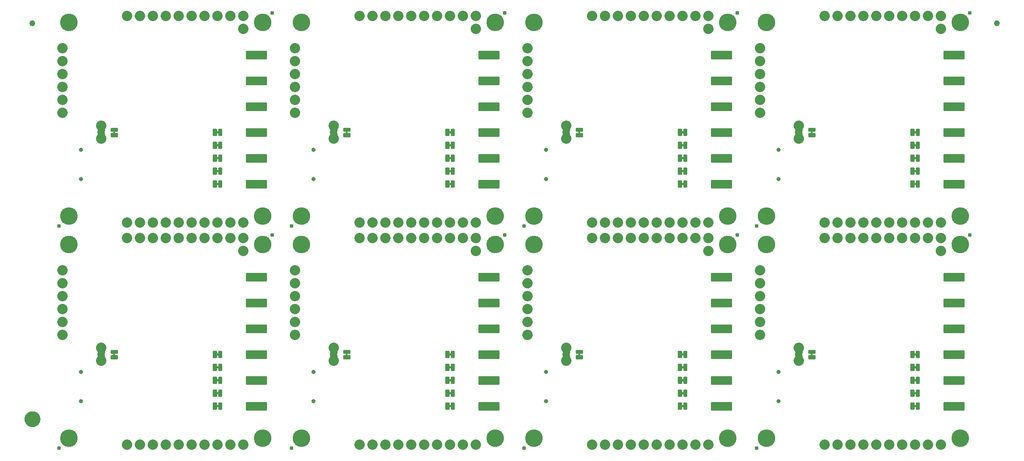
<source format=gbs>
G04 EAGLE Gerber RS-274X export*
G75*
%MOMM*%
%FSLAX34Y34*%
%LPD*%
%INSoldermask Bottom*%
%IPPOS*%
%AMOC8*
5,1,8,0,0,1.08239X$1,22.5*%
G01*
%ADD10C,0.787400*%
%ADD11C,0.802400*%
%ADD12C,0.264381*%
%ADD13C,0.251966*%
%ADD14C,2.032000*%
%ADD15C,3.454400*%
%ADD16C,1.152400*%
%ADD17C,1.270000*%
%ADD18C,1.652400*%

G36*
X1009969Y187972D02*
X1009969Y187972D01*
X1010035Y187974D01*
X1010078Y187992D01*
X1010125Y188000D01*
X1010182Y188034D01*
X1010242Y188059D01*
X1010277Y188090D01*
X1010318Y188115D01*
X1010360Y188166D01*
X1010408Y188210D01*
X1010430Y188252D01*
X1010459Y188289D01*
X1010480Y188351D01*
X1010511Y188410D01*
X1010519Y188464D01*
X1010531Y188501D01*
X1010530Y188541D01*
X1010538Y188595D01*
X1010538Y192405D01*
X1010527Y192470D01*
X1010525Y192536D01*
X1010507Y192579D01*
X1010499Y192626D01*
X1010465Y192683D01*
X1010440Y192743D01*
X1010409Y192778D01*
X1010384Y192819D01*
X1010333Y192861D01*
X1010289Y192909D01*
X1010247Y192931D01*
X1010210Y192960D01*
X1010148Y192981D01*
X1010089Y193012D01*
X1010035Y193020D01*
X1009998Y193032D01*
X1009958Y193031D01*
X1009904Y193039D01*
X996696Y193039D01*
X996631Y193028D01*
X996565Y193026D01*
X996522Y193008D01*
X996475Y193000D01*
X996418Y192966D01*
X996358Y192941D01*
X996323Y192910D01*
X996282Y192885D01*
X996241Y192834D01*
X996192Y192790D01*
X996170Y192748D01*
X996141Y192711D01*
X996120Y192649D01*
X996089Y192590D01*
X996081Y192536D01*
X996069Y192499D01*
X996069Y192495D01*
X996069Y192494D01*
X996070Y192459D01*
X996062Y192405D01*
X996062Y188595D01*
X996073Y188530D01*
X996075Y188464D01*
X996093Y188421D01*
X996101Y188374D01*
X996135Y188317D01*
X996160Y188257D01*
X996191Y188222D01*
X996216Y188181D01*
X996267Y188140D01*
X996311Y188091D01*
X996353Y188069D01*
X996390Y188040D01*
X996452Y188019D01*
X996511Y187988D01*
X996565Y187980D01*
X996602Y187968D01*
X996642Y187969D01*
X996696Y187961D01*
X1009904Y187961D01*
X1009969Y187972D01*
G37*
G36*
X95569Y187972D02*
X95569Y187972D01*
X95635Y187974D01*
X95678Y187992D01*
X95725Y188000D01*
X95782Y188034D01*
X95842Y188059D01*
X95877Y188090D01*
X95918Y188115D01*
X95960Y188166D01*
X96008Y188210D01*
X96030Y188252D01*
X96059Y188289D01*
X96080Y188351D01*
X96111Y188410D01*
X96119Y188464D01*
X96131Y188501D01*
X96130Y188541D01*
X96138Y188595D01*
X96138Y192405D01*
X96127Y192470D01*
X96125Y192536D01*
X96107Y192579D01*
X96099Y192626D01*
X96065Y192683D01*
X96040Y192743D01*
X96009Y192778D01*
X95984Y192819D01*
X95933Y192861D01*
X95889Y192909D01*
X95847Y192931D01*
X95810Y192960D01*
X95748Y192981D01*
X95689Y193012D01*
X95635Y193020D01*
X95598Y193032D01*
X95558Y193031D01*
X95504Y193039D01*
X82296Y193039D01*
X82231Y193028D01*
X82165Y193026D01*
X82122Y193008D01*
X82075Y193000D01*
X82018Y192966D01*
X81958Y192941D01*
X81923Y192910D01*
X81882Y192885D01*
X81841Y192834D01*
X81792Y192790D01*
X81770Y192748D01*
X81741Y192711D01*
X81720Y192649D01*
X81689Y192590D01*
X81681Y192536D01*
X81669Y192499D01*
X81669Y192495D01*
X81669Y192494D01*
X81670Y192459D01*
X81662Y192405D01*
X81662Y188595D01*
X81673Y188530D01*
X81675Y188464D01*
X81693Y188421D01*
X81701Y188374D01*
X81735Y188317D01*
X81760Y188257D01*
X81791Y188222D01*
X81816Y188181D01*
X81867Y188140D01*
X81911Y188091D01*
X81953Y188069D01*
X81990Y188040D01*
X82052Y188019D01*
X82111Y187988D01*
X82165Y187980D01*
X82202Y187968D01*
X82242Y187969D01*
X82296Y187961D01*
X95504Y187961D01*
X95569Y187972D01*
G37*
G36*
X95569Y624852D02*
X95569Y624852D01*
X95635Y624854D01*
X95678Y624872D01*
X95725Y624880D01*
X95782Y624914D01*
X95842Y624939D01*
X95877Y624970D01*
X95918Y624995D01*
X95960Y625046D01*
X96008Y625090D01*
X96030Y625132D01*
X96059Y625169D01*
X96080Y625231D01*
X96111Y625290D01*
X96119Y625344D01*
X96131Y625381D01*
X96130Y625421D01*
X96138Y625475D01*
X96138Y629285D01*
X96127Y629350D01*
X96125Y629416D01*
X96107Y629459D01*
X96099Y629506D01*
X96065Y629563D01*
X96040Y629623D01*
X96009Y629658D01*
X95984Y629699D01*
X95933Y629741D01*
X95889Y629789D01*
X95847Y629811D01*
X95810Y629840D01*
X95748Y629861D01*
X95689Y629892D01*
X95635Y629900D01*
X95598Y629912D01*
X95558Y629911D01*
X95504Y629919D01*
X82296Y629919D01*
X82231Y629908D01*
X82165Y629906D01*
X82122Y629888D01*
X82075Y629880D01*
X82018Y629846D01*
X81958Y629821D01*
X81923Y629790D01*
X81882Y629765D01*
X81841Y629714D01*
X81792Y629670D01*
X81770Y629628D01*
X81741Y629591D01*
X81720Y629529D01*
X81689Y629470D01*
X81681Y629416D01*
X81669Y629379D01*
X81669Y629375D01*
X81669Y629374D01*
X81670Y629339D01*
X81662Y629285D01*
X81662Y625475D01*
X81673Y625410D01*
X81675Y625344D01*
X81693Y625301D01*
X81701Y625254D01*
X81735Y625197D01*
X81760Y625137D01*
X81791Y625102D01*
X81816Y625061D01*
X81867Y625020D01*
X81911Y624971D01*
X81953Y624949D01*
X81990Y624920D01*
X82052Y624899D01*
X82111Y624868D01*
X82165Y624860D01*
X82202Y624848D01*
X82242Y624849D01*
X82296Y624841D01*
X95504Y624841D01*
X95569Y624852D01*
G37*
G36*
X1009969Y624852D02*
X1009969Y624852D01*
X1010035Y624854D01*
X1010078Y624872D01*
X1010125Y624880D01*
X1010182Y624914D01*
X1010242Y624939D01*
X1010277Y624970D01*
X1010318Y624995D01*
X1010360Y625046D01*
X1010408Y625090D01*
X1010430Y625132D01*
X1010459Y625169D01*
X1010480Y625231D01*
X1010511Y625290D01*
X1010519Y625344D01*
X1010531Y625381D01*
X1010530Y625421D01*
X1010538Y625475D01*
X1010538Y629285D01*
X1010527Y629350D01*
X1010525Y629416D01*
X1010507Y629459D01*
X1010499Y629506D01*
X1010465Y629563D01*
X1010440Y629623D01*
X1010409Y629658D01*
X1010384Y629699D01*
X1010333Y629741D01*
X1010289Y629789D01*
X1010247Y629811D01*
X1010210Y629840D01*
X1010148Y629861D01*
X1010089Y629892D01*
X1010035Y629900D01*
X1009998Y629912D01*
X1009958Y629911D01*
X1009904Y629919D01*
X996696Y629919D01*
X996631Y629908D01*
X996565Y629906D01*
X996522Y629888D01*
X996475Y629880D01*
X996418Y629846D01*
X996358Y629821D01*
X996323Y629790D01*
X996282Y629765D01*
X996241Y629714D01*
X996192Y629670D01*
X996170Y629628D01*
X996141Y629591D01*
X996120Y629529D01*
X996089Y629470D01*
X996081Y629416D01*
X996069Y629379D01*
X996069Y629375D01*
X996069Y629374D01*
X996070Y629339D01*
X996062Y629285D01*
X996062Y625475D01*
X996073Y625410D01*
X996075Y625344D01*
X996093Y625301D01*
X996101Y625254D01*
X996135Y625197D01*
X996160Y625137D01*
X996191Y625102D01*
X996216Y625061D01*
X996267Y625020D01*
X996311Y624971D01*
X996353Y624949D01*
X996390Y624920D01*
X996452Y624899D01*
X996511Y624868D01*
X996565Y624860D01*
X996602Y624848D01*
X996642Y624849D01*
X996696Y624841D01*
X1009904Y624841D01*
X1009969Y624852D01*
G37*
G36*
X1467169Y187972D02*
X1467169Y187972D01*
X1467235Y187974D01*
X1467278Y187992D01*
X1467325Y188000D01*
X1467382Y188034D01*
X1467442Y188059D01*
X1467477Y188090D01*
X1467518Y188115D01*
X1467560Y188166D01*
X1467608Y188210D01*
X1467630Y188252D01*
X1467659Y188289D01*
X1467680Y188351D01*
X1467711Y188410D01*
X1467719Y188464D01*
X1467731Y188501D01*
X1467730Y188541D01*
X1467738Y188595D01*
X1467738Y192405D01*
X1467727Y192470D01*
X1467725Y192536D01*
X1467707Y192579D01*
X1467699Y192626D01*
X1467665Y192683D01*
X1467640Y192743D01*
X1467609Y192778D01*
X1467584Y192819D01*
X1467533Y192861D01*
X1467489Y192909D01*
X1467447Y192931D01*
X1467410Y192960D01*
X1467348Y192981D01*
X1467289Y193012D01*
X1467235Y193020D01*
X1467198Y193032D01*
X1467158Y193031D01*
X1467104Y193039D01*
X1453896Y193039D01*
X1453831Y193028D01*
X1453765Y193026D01*
X1453722Y193008D01*
X1453675Y193000D01*
X1453618Y192966D01*
X1453558Y192941D01*
X1453523Y192910D01*
X1453482Y192885D01*
X1453441Y192834D01*
X1453392Y192790D01*
X1453370Y192748D01*
X1453341Y192711D01*
X1453320Y192649D01*
X1453289Y192590D01*
X1453281Y192536D01*
X1453269Y192499D01*
X1453269Y192495D01*
X1453269Y192494D01*
X1453270Y192459D01*
X1453262Y192405D01*
X1453262Y188595D01*
X1453273Y188530D01*
X1453275Y188464D01*
X1453293Y188421D01*
X1453301Y188374D01*
X1453335Y188317D01*
X1453360Y188257D01*
X1453391Y188222D01*
X1453416Y188181D01*
X1453467Y188140D01*
X1453511Y188091D01*
X1453553Y188069D01*
X1453590Y188040D01*
X1453652Y188019D01*
X1453711Y187988D01*
X1453765Y187980D01*
X1453802Y187968D01*
X1453842Y187969D01*
X1453896Y187961D01*
X1467104Y187961D01*
X1467169Y187972D01*
G37*
G36*
X1467169Y624852D02*
X1467169Y624852D01*
X1467235Y624854D01*
X1467278Y624872D01*
X1467325Y624880D01*
X1467382Y624914D01*
X1467442Y624939D01*
X1467477Y624970D01*
X1467518Y624995D01*
X1467560Y625046D01*
X1467608Y625090D01*
X1467630Y625132D01*
X1467659Y625169D01*
X1467680Y625231D01*
X1467711Y625290D01*
X1467719Y625344D01*
X1467731Y625381D01*
X1467730Y625421D01*
X1467738Y625475D01*
X1467738Y629285D01*
X1467727Y629350D01*
X1467725Y629416D01*
X1467707Y629459D01*
X1467699Y629506D01*
X1467665Y629563D01*
X1467640Y629623D01*
X1467609Y629658D01*
X1467584Y629699D01*
X1467533Y629741D01*
X1467489Y629789D01*
X1467447Y629811D01*
X1467410Y629840D01*
X1467348Y629861D01*
X1467289Y629892D01*
X1467235Y629900D01*
X1467198Y629912D01*
X1467158Y629911D01*
X1467104Y629919D01*
X1453896Y629919D01*
X1453831Y629908D01*
X1453765Y629906D01*
X1453722Y629888D01*
X1453675Y629880D01*
X1453618Y629846D01*
X1453558Y629821D01*
X1453523Y629790D01*
X1453482Y629765D01*
X1453441Y629714D01*
X1453392Y629670D01*
X1453370Y629628D01*
X1453341Y629591D01*
X1453320Y629529D01*
X1453289Y629470D01*
X1453281Y629416D01*
X1453269Y629379D01*
X1453269Y629375D01*
X1453269Y629374D01*
X1453270Y629339D01*
X1453262Y629285D01*
X1453262Y625475D01*
X1453273Y625410D01*
X1453275Y625344D01*
X1453293Y625301D01*
X1453301Y625254D01*
X1453335Y625197D01*
X1453360Y625137D01*
X1453391Y625102D01*
X1453416Y625061D01*
X1453467Y625020D01*
X1453511Y624971D01*
X1453553Y624949D01*
X1453590Y624920D01*
X1453652Y624899D01*
X1453711Y624868D01*
X1453765Y624860D01*
X1453802Y624848D01*
X1453842Y624849D01*
X1453896Y624841D01*
X1467104Y624841D01*
X1467169Y624852D01*
G37*
G36*
X552769Y624852D02*
X552769Y624852D01*
X552835Y624854D01*
X552878Y624872D01*
X552925Y624880D01*
X552982Y624914D01*
X553042Y624939D01*
X553077Y624970D01*
X553118Y624995D01*
X553160Y625046D01*
X553208Y625090D01*
X553230Y625132D01*
X553259Y625169D01*
X553280Y625231D01*
X553311Y625290D01*
X553319Y625344D01*
X553331Y625381D01*
X553330Y625421D01*
X553338Y625475D01*
X553338Y629285D01*
X553327Y629350D01*
X553325Y629416D01*
X553307Y629459D01*
X553299Y629506D01*
X553265Y629563D01*
X553240Y629623D01*
X553209Y629658D01*
X553184Y629699D01*
X553133Y629741D01*
X553089Y629789D01*
X553047Y629811D01*
X553010Y629840D01*
X552948Y629861D01*
X552889Y629892D01*
X552835Y629900D01*
X552798Y629912D01*
X552758Y629911D01*
X552704Y629919D01*
X539496Y629919D01*
X539431Y629908D01*
X539365Y629906D01*
X539322Y629888D01*
X539275Y629880D01*
X539218Y629846D01*
X539158Y629821D01*
X539123Y629790D01*
X539082Y629765D01*
X539041Y629714D01*
X538992Y629670D01*
X538970Y629628D01*
X538941Y629591D01*
X538920Y629529D01*
X538889Y629470D01*
X538881Y629416D01*
X538869Y629379D01*
X538869Y629375D01*
X538869Y629374D01*
X538870Y629339D01*
X538862Y629285D01*
X538862Y625475D01*
X538873Y625410D01*
X538875Y625344D01*
X538893Y625301D01*
X538901Y625254D01*
X538935Y625197D01*
X538960Y625137D01*
X538991Y625102D01*
X539016Y625061D01*
X539067Y625020D01*
X539111Y624971D01*
X539153Y624949D01*
X539190Y624920D01*
X539252Y624899D01*
X539311Y624868D01*
X539365Y624860D01*
X539402Y624848D01*
X539442Y624849D01*
X539496Y624841D01*
X552704Y624841D01*
X552769Y624852D01*
G37*
G36*
X552769Y187972D02*
X552769Y187972D01*
X552835Y187974D01*
X552878Y187992D01*
X552925Y188000D01*
X552982Y188034D01*
X553042Y188059D01*
X553077Y188090D01*
X553118Y188115D01*
X553160Y188166D01*
X553208Y188210D01*
X553230Y188252D01*
X553259Y188289D01*
X553280Y188351D01*
X553311Y188410D01*
X553319Y188464D01*
X553331Y188501D01*
X553330Y188541D01*
X553338Y188595D01*
X553338Y192405D01*
X553327Y192470D01*
X553325Y192536D01*
X553307Y192579D01*
X553299Y192626D01*
X553265Y192683D01*
X553240Y192743D01*
X553209Y192778D01*
X553184Y192819D01*
X553133Y192861D01*
X553089Y192909D01*
X553047Y192931D01*
X553010Y192960D01*
X552948Y192981D01*
X552889Y193012D01*
X552835Y193020D01*
X552798Y193032D01*
X552758Y193031D01*
X552704Y193039D01*
X539496Y193039D01*
X539431Y193028D01*
X539365Y193026D01*
X539322Y193008D01*
X539275Y193000D01*
X539218Y192966D01*
X539158Y192941D01*
X539123Y192910D01*
X539082Y192885D01*
X539041Y192834D01*
X538992Y192790D01*
X538970Y192748D01*
X538941Y192711D01*
X538920Y192649D01*
X538889Y192590D01*
X538881Y192536D01*
X538869Y192499D01*
X538869Y192495D01*
X538869Y192494D01*
X538870Y192459D01*
X538862Y192405D01*
X538862Y188595D01*
X538873Y188530D01*
X538875Y188464D01*
X538893Y188421D01*
X538901Y188374D01*
X538935Y188317D01*
X538960Y188257D01*
X538991Y188222D01*
X539016Y188181D01*
X539067Y188140D01*
X539111Y188091D01*
X539153Y188069D01*
X539190Y188040D01*
X539252Y188019D01*
X539311Y187988D01*
X539365Y187980D01*
X539402Y187968D01*
X539442Y187969D01*
X539496Y187961D01*
X552704Y187961D01*
X552769Y187972D01*
G37*
G36*
X1487235Y624852D02*
X1487235Y624852D01*
X1487301Y624854D01*
X1487344Y624872D01*
X1487391Y624880D01*
X1487448Y624914D01*
X1487508Y624939D01*
X1487543Y624970D01*
X1487584Y624995D01*
X1487626Y625046D01*
X1487674Y625090D01*
X1487696Y625132D01*
X1487725Y625169D01*
X1487746Y625231D01*
X1487777Y625290D01*
X1487785Y625344D01*
X1487797Y625381D01*
X1487796Y625421D01*
X1487804Y625475D01*
X1487804Y629285D01*
X1487793Y629350D01*
X1487791Y629416D01*
X1487773Y629459D01*
X1487765Y629506D01*
X1487731Y629563D01*
X1487706Y629623D01*
X1487675Y629658D01*
X1487650Y629699D01*
X1487599Y629741D01*
X1487555Y629789D01*
X1487513Y629811D01*
X1487476Y629840D01*
X1487414Y629861D01*
X1487355Y629892D01*
X1487301Y629900D01*
X1487264Y629912D01*
X1487224Y629911D01*
X1487170Y629919D01*
X1484630Y629919D01*
X1484565Y629908D01*
X1484499Y629906D01*
X1484456Y629888D01*
X1484409Y629880D01*
X1484352Y629846D01*
X1484292Y629821D01*
X1484257Y629790D01*
X1484216Y629765D01*
X1484175Y629714D01*
X1484126Y629670D01*
X1484104Y629628D01*
X1484075Y629591D01*
X1484054Y629529D01*
X1484023Y629470D01*
X1484015Y629416D01*
X1484003Y629379D01*
X1484003Y629375D01*
X1484003Y629374D01*
X1484004Y629339D01*
X1483996Y629285D01*
X1483996Y625475D01*
X1484007Y625410D01*
X1484009Y625344D01*
X1484027Y625301D01*
X1484035Y625254D01*
X1484069Y625197D01*
X1484094Y625137D01*
X1484125Y625102D01*
X1484150Y625061D01*
X1484201Y625020D01*
X1484245Y624971D01*
X1484287Y624949D01*
X1484324Y624920D01*
X1484386Y624899D01*
X1484445Y624868D01*
X1484499Y624860D01*
X1484536Y624848D01*
X1484576Y624849D01*
X1484630Y624841D01*
X1487170Y624841D01*
X1487235Y624852D01*
G37*
G36*
X115635Y624852D02*
X115635Y624852D01*
X115701Y624854D01*
X115744Y624872D01*
X115791Y624880D01*
X115848Y624914D01*
X115908Y624939D01*
X115943Y624970D01*
X115984Y624995D01*
X116026Y625046D01*
X116074Y625090D01*
X116096Y625132D01*
X116125Y625169D01*
X116146Y625231D01*
X116177Y625290D01*
X116185Y625344D01*
X116197Y625381D01*
X116196Y625421D01*
X116204Y625475D01*
X116204Y629285D01*
X116193Y629350D01*
X116191Y629416D01*
X116173Y629459D01*
X116165Y629506D01*
X116131Y629563D01*
X116106Y629623D01*
X116075Y629658D01*
X116050Y629699D01*
X115999Y629741D01*
X115955Y629789D01*
X115913Y629811D01*
X115876Y629840D01*
X115814Y629861D01*
X115755Y629892D01*
X115701Y629900D01*
X115664Y629912D01*
X115624Y629911D01*
X115570Y629919D01*
X113030Y629919D01*
X112965Y629908D01*
X112899Y629906D01*
X112856Y629888D01*
X112809Y629880D01*
X112752Y629846D01*
X112692Y629821D01*
X112657Y629790D01*
X112616Y629765D01*
X112575Y629714D01*
X112526Y629670D01*
X112504Y629628D01*
X112475Y629591D01*
X112454Y629529D01*
X112423Y629470D01*
X112415Y629416D01*
X112403Y629379D01*
X112403Y629375D01*
X112403Y629374D01*
X112404Y629339D01*
X112396Y629285D01*
X112396Y625475D01*
X112407Y625410D01*
X112409Y625344D01*
X112427Y625301D01*
X112435Y625254D01*
X112469Y625197D01*
X112494Y625137D01*
X112525Y625102D01*
X112550Y625061D01*
X112601Y625020D01*
X112645Y624971D01*
X112687Y624949D01*
X112724Y624920D01*
X112786Y624899D01*
X112845Y624868D01*
X112899Y624860D01*
X112936Y624848D01*
X112976Y624849D01*
X113030Y624841D01*
X115570Y624841D01*
X115635Y624852D01*
G37*
G36*
X1030035Y624852D02*
X1030035Y624852D01*
X1030101Y624854D01*
X1030144Y624872D01*
X1030191Y624880D01*
X1030248Y624914D01*
X1030308Y624939D01*
X1030343Y624970D01*
X1030384Y624995D01*
X1030426Y625046D01*
X1030474Y625090D01*
X1030496Y625132D01*
X1030525Y625169D01*
X1030546Y625231D01*
X1030577Y625290D01*
X1030585Y625344D01*
X1030597Y625381D01*
X1030596Y625421D01*
X1030604Y625475D01*
X1030604Y629285D01*
X1030593Y629350D01*
X1030591Y629416D01*
X1030573Y629459D01*
X1030565Y629506D01*
X1030531Y629563D01*
X1030506Y629623D01*
X1030475Y629658D01*
X1030450Y629699D01*
X1030399Y629741D01*
X1030355Y629789D01*
X1030313Y629811D01*
X1030276Y629840D01*
X1030214Y629861D01*
X1030155Y629892D01*
X1030101Y629900D01*
X1030064Y629912D01*
X1030024Y629911D01*
X1029970Y629919D01*
X1027430Y629919D01*
X1027365Y629908D01*
X1027299Y629906D01*
X1027256Y629888D01*
X1027209Y629880D01*
X1027152Y629846D01*
X1027092Y629821D01*
X1027057Y629790D01*
X1027016Y629765D01*
X1026975Y629714D01*
X1026926Y629670D01*
X1026904Y629628D01*
X1026875Y629591D01*
X1026854Y629529D01*
X1026823Y629470D01*
X1026815Y629416D01*
X1026803Y629379D01*
X1026803Y629375D01*
X1026803Y629374D01*
X1026804Y629339D01*
X1026796Y629285D01*
X1026796Y625475D01*
X1026807Y625410D01*
X1026809Y625344D01*
X1026827Y625301D01*
X1026835Y625254D01*
X1026869Y625197D01*
X1026894Y625137D01*
X1026925Y625102D01*
X1026950Y625061D01*
X1027001Y625020D01*
X1027045Y624971D01*
X1027087Y624949D01*
X1027124Y624920D01*
X1027186Y624899D01*
X1027245Y624868D01*
X1027299Y624860D01*
X1027336Y624848D01*
X1027376Y624849D01*
X1027430Y624841D01*
X1029970Y624841D01*
X1030035Y624852D01*
G37*
G36*
X572835Y624852D02*
X572835Y624852D01*
X572901Y624854D01*
X572944Y624872D01*
X572991Y624880D01*
X573048Y624914D01*
X573108Y624939D01*
X573143Y624970D01*
X573184Y624995D01*
X573226Y625046D01*
X573274Y625090D01*
X573296Y625132D01*
X573325Y625169D01*
X573346Y625231D01*
X573377Y625290D01*
X573385Y625344D01*
X573397Y625381D01*
X573396Y625421D01*
X573404Y625475D01*
X573404Y629285D01*
X573393Y629350D01*
X573391Y629416D01*
X573373Y629459D01*
X573365Y629506D01*
X573331Y629563D01*
X573306Y629623D01*
X573275Y629658D01*
X573250Y629699D01*
X573199Y629741D01*
X573155Y629789D01*
X573113Y629811D01*
X573076Y629840D01*
X573014Y629861D01*
X572955Y629892D01*
X572901Y629900D01*
X572864Y629912D01*
X572824Y629911D01*
X572770Y629919D01*
X570230Y629919D01*
X570165Y629908D01*
X570099Y629906D01*
X570056Y629888D01*
X570009Y629880D01*
X569952Y629846D01*
X569892Y629821D01*
X569857Y629790D01*
X569816Y629765D01*
X569775Y629714D01*
X569726Y629670D01*
X569704Y629628D01*
X569675Y629591D01*
X569654Y629529D01*
X569623Y629470D01*
X569615Y629416D01*
X569603Y629379D01*
X569603Y629375D01*
X569603Y629374D01*
X569604Y629339D01*
X569596Y629285D01*
X569596Y625475D01*
X569607Y625410D01*
X569609Y625344D01*
X569627Y625301D01*
X569635Y625254D01*
X569669Y625197D01*
X569694Y625137D01*
X569725Y625102D01*
X569750Y625061D01*
X569801Y625020D01*
X569845Y624971D01*
X569887Y624949D01*
X569924Y624920D01*
X569986Y624899D01*
X570045Y624868D01*
X570099Y624860D01*
X570136Y624848D01*
X570176Y624849D01*
X570230Y624841D01*
X572770Y624841D01*
X572835Y624852D01*
G37*
G36*
X1030035Y187972D02*
X1030035Y187972D01*
X1030101Y187974D01*
X1030144Y187992D01*
X1030191Y188000D01*
X1030248Y188034D01*
X1030308Y188059D01*
X1030343Y188090D01*
X1030384Y188115D01*
X1030426Y188166D01*
X1030474Y188210D01*
X1030496Y188252D01*
X1030525Y188289D01*
X1030546Y188351D01*
X1030577Y188410D01*
X1030585Y188464D01*
X1030597Y188501D01*
X1030596Y188541D01*
X1030604Y188595D01*
X1030604Y192405D01*
X1030593Y192470D01*
X1030591Y192536D01*
X1030573Y192579D01*
X1030565Y192626D01*
X1030531Y192683D01*
X1030506Y192743D01*
X1030475Y192778D01*
X1030450Y192819D01*
X1030399Y192861D01*
X1030355Y192909D01*
X1030313Y192931D01*
X1030276Y192960D01*
X1030214Y192981D01*
X1030155Y193012D01*
X1030101Y193020D01*
X1030064Y193032D01*
X1030024Y193031D01*
X1029970Y193039D01*
X1027430Y193039D01*
X1027365Y193028D01*
X1027299Y193026D01*
X1027256Y193008D01*
X1027209Y193000D01*
X1027152Y192966D01*
X1027092Y192941D01*
X1027057Y192910D01*
X1027016Y192885D01*
X1026975Y192834D01*
X1026926Y192790D01*
X1026904Y192748D01*
X1026875Y192711D01*
X1026854Y192649D01*
X1026823Y192590D01*
X1026815Y192536D01*
X1026803Y192499D01*
X1026803Y192495D01*
X1026803Y192494D01*
X1026804Y192459D01*
X1026796Y192405D01*
X1026796Y188595D01*
X1026807Y188530D01*
X1026809Y188464D01*
X1026827Y188421D01*
X1026835Y188374D01*
X1026869Y188317D01*
X1026894Y188257D01*
X1026925Y188222D01*
X1026950Y188181D01*
X1027001Y188140D01*
X1027045Y188091D01*
X1027087Y188069D01*
X1027124Y188040D01*
X1027186Y188019D01*
X1027245Y187988D01*
X1027299Y187980D01*
X1027336Y187968D01*
X1027376Y187969D01*
X1027430Y187961D01*
X1029970Y187961D01*
X1030035Y187972D01*
G37*
G36*
X572835Y187972D02*
X572835Y187972D01*
X572901Y187974D01*
X572944Y187992D01*
X572991Y188000D01*
X573048Y188034D01*
X573108Y188059D01*
X573143Y188090D01*
X573184Y188115D01*
X573226Y188166D01*
X573274Y188210D01*
X573296Y188252D01*
X573325Y188289D01*
X573346Y188351D01*
X573377Y188410D01*
X573385Y188464D01*
X573397Y188501D01*
X573396Y188541D01*
X573404Y188595D01*
X573404Y192405D01*
X573393Y192470D01*
X573391Y192536D01*
X573373Y192579D01*
X573365Y192626D01*
X573331Y192683D01*
X573306Y192743D01*
X573275Y192778D01*
X573250Y192819D01*
X573199Y192861D01*
X573155Y192909D01*
X573113Y192931D01*
X573076Y192960D01*
X573014Y192981D01*
X572955Y193012D01*
X572901Y193020D01*
X572864Y193032D01*
X572824Y193031D01*
X572770Y193039D01*
X570230Y193039D01*
X570165Y193028D01*
X570099Y193026D01*
X570056Y193008D01*
X570009Y193000D01*
X569952Y192966D01*
X569892Y192941D01*
X569857Y192910D01*
X569816Y192885D01*
X569775Y192834D01*
X569726Y192790D01*
X569704Y192748D01*
X569675Y192711D01*
X569654Y192649D01*
X569623Y192590D01*
X569615Y192536D01*
X569603Y192499D01*
X569603Y192495D01*
X569603Y192494D01*
X569604Y192459D01*
X569596Y192405D01*
X569596Y188595D01*
X569607Y188530D01*
X569609Y188464D01*
X569627Y188421D01*
X569635Y188374D01*
X569669Y188317D01*
X569694Y188257D01*
X569725Y188222D01*
X569750Y188181D01*
X569801Y188140D01*
X569845Y188091D01*
X569887Y188069D01*
X569924Y188040D01*
X569986Y188019D01*
X570045Y187988D01*
X570099Y187980D01*
X570136Y187968D01*
X570176Y187969D01*
X570230Y187961D01*
X572770Y187961D01*
X572835Y187972D01*
G37*
G36*
X1487235Y187972D02*
X1487235Y187972D01*
X1487301Y187974D01*
X1487344Y187992D01*
X1487391Y188000D01*
X1487448Y188034D01*
X1487508Y188059D01*
X1487543Y188090D01*
X1487584Y188115D01*
X1487626Y188166D01*
X1487674Y188210D01*
X1487696Y188252D01*
X1487725Y188289D01*
X1487746Y188351D01*
X1487777Y188410D01*
X1487785Y188464D01*
X1487797Y188501D01*
X1487796Y188541D01*
X1487804Y188595D01*
X1487804Y192405D01*
X1487793Y192470D01*
X1487791Y192536D01*
X1487773Y192579D01*
X1487765Y192626D01*
X1487731Y192683D01*
X1487706Y192743D01*
X1487675Y192778D01*
X1487650Y192819D01*
X1487599Y192861D01*
X1487555Y192909D01*
X1487513Y192931D01*
X1487476Y192960D01*
X1487414Y192981D01*
X1487355Y193012D01*
X1487301Y193020D01*
X1487264Y193032D01*
X1487224Y193031D01*
X1487170Y193039D01*
X1484630Y193039D01*
X1484565Y193028D01*
X1484499Y193026D01*
X1484456Y193008D01*
X1484409Y193000D01*
X1484352Y192966D01*
X1484292Y192941D01*
X1484257Y192910D01*
X1484216Y192885D01*
X1484175Y192834D01*
X1484126Y192790D01*
X1484104Y192748D01*
X1484075Y192711D01*
X1484054Y192649D01*
X1484023Y192590D01*
X1484015Y192536D01*
X1484003Y192499D01*
X1484003Y192495D01*
X1484003Y192494D01*
X1484004Y192459D01*
X1483996Y192405D01*
X1483996Y188595D01*
X1484007Y188530D01*
X1484009Y188464D01*
X1484027Y188421D01*
X1484035Y188374D01*
X1484069Y188317D01*
X1484094Y188257D01*
X1484125Y188222D01*
X1484150Y188181D01*
X1484201Y188140D01*
X1484245Y188091D01*
X1484287Y188069D01*
X1484324Y188040D01*
X1484386Y188019D01*
X1484445Y187988D01*
X1484499Y187980D01*
X1484536Y187968D01*
X1484576Y187969D01*
X1484630Y187961D01*
X1487170Y187961D01*
X1487235Y187972D01*
G37*
G36*
X115635Y187972D02*
X115635Y187972D01*
X115701Y187974D01*
X115744Y187992D01*
X115791Y188000D01*
X115848Y188034D01*
X115908Y188059D01*
X115943Y188090D01*
X115984Y188115D01*
X116026Y188166D01*
X116074Y188210D01*
X116096Y188252D01*
X116125Y188289D01*
X116146Y188351D01*
X116177Y188410D01*
X116185Y188464D01*
X116197Y188501D01*
X116196Y188541D01*
X116204Y188595D01*
X116204Y192405D01*
X116193Y192470D01*
X116191Y192536D01*
X116173Y192579D01*
X116165Y192626D01*
X116131Y192683D01*
X116106Y192743D01*
X116075Y192778D01*
X116050Y192819D01*
X115999Y192861D01*
X115955Y192909D01*
X115913Y192931D01*
X115876Y192960D01*
X115814Y192981D01*
X115755Y193012D01*
X115701Y193020D01*
X115664Y193032D01*
X115624Y193031D01*
X115570Y193039D01*
X113030Y193039D01*
X112965Y193028D01*
X112899Y193026D01*
X112856Y193008D01*
X112809Y193000D01*
X112752Y192966D01*
X112692Y192941D01*
X112657Y192910D01*
X112616Y192885D01*
X112575Y192834D01*
X112526Y192790D01*
X112504Y192748D01*
X112475Y192711D01*
X112454Y192649D01*
X112423Y192590D01*
X112415Y192536D01*
X112403Y192499D01*
X112403Y192495D01*
X112403Y192494D01*
X112404Y192459D01*
X112396Y192405D01*
X112396Y188595D01*
X112407Y188530D01*
X112409Y188464D01*
X112427Y188421D01*
X112435Y188374D01*
X112469Y188317D01*
X112494Y188257D01*
X112525Y188222D01*
X112550Y188181D01*
X112601Y188140D01*
X112645Y188091D01*
X112687Y188069D01*
X112724Y188040D01*
X112786Y188019D01*
X112845Y187988D01*
X112899Y187980D01*
X112936Y187968D01*
X112976Y187969D01*
X113030Y187961D01*
X115570Y187961D01*
X115635Y187972D01*
G37*
G36*
X319470Y112407D02*
X319470Y112407D01*
X319536Y112409D01*
X319579Y112427D01*
X319626Y112435D01*
X319683Y112469D01*
X319743Y112494D01*
X319778Y112525D01*
X319819Y112550D01*
X319861Y112601D01*
X319909Y112645D01*
X319931Y112687D01*
X319960Y112724D01*
X319981Y112786D01*
X320012Y112845D01*
X320020Y112899D01*
X320032Y112936D01*
X320031Y112976D01*
X320039Y113030D01*
X320039Y115570D01*
X320028Y115635D01*
X320026Y115701D01*
X320008Y115744D01*
X320000Y115791D01*
X319966Y115848D01*
X319941Y115908D01*
X319910Y115943D01*
X319885Y115984D01*
X319834Y116026D01*
X319790Y116074D01*
X319748Y116096D01*
X319711Y116125D01*
X319649Y116146D01*
X319590Y116177D01*
X319536Y116185D01*
X319499Y116197D01*
X319459Y116196D01*
X319405Y116204D01*
X315595Y116204D01*
X315530Y116193D01*
X315464Y116191D01*
X315421Y116173D01*
X315374Y116165D01*
X315317Y116131D01*
X315257Y116106D01*
X315222Y116075D01*
X315181Y116050D01*
X315140Y115999D01*
X315091Y115955D01*
X315069Y115913D01*
X315040Y115876D01*
X315019Y115814D01*
X314988Y115755D01*
X314980Y115701D01*
X314968Y115664D01*
X314968Y115661D01*
X314969Y115624D01*
X314961Y115570D01*
X314961Y113030D01*
X314972Y112965D01*
X314974Y112899D01*
X314992Y112856D01*
X315000Y112809D01*
X315034Y112752D01*
X315059Y112692D01*
X315090Y112657D01*
X315115Y112616D01*
X315166Y112575D01*
X315210Y112526D01*
X315252Y112504D01*
X315289Y112475D01*
X315351Y112454D01*
X315410Y112423D01*
X315464Y112415D01*
X315501Y112403D01*
X315541Y112404D01*
X315595Y112396D01*
X319405Y112396D01*
X319470Y112407D01*
G37*
G36*
X1691070Y112407D02*
X1691070Y112407D01*
X1691136Y112409D01*
X1691179Y112427D01*
X1691226Y112435D01*
X1691283Y112469D01*
X1691343Y112494D01*
X1691378Y112525D01*
X1691419Y112550D01*
X1691461Y112601D01*
X1691509Y112645D01*
X1691531Y112687D01*
X1691560Y112724D01*
X1691581Y112786D01*
X1691612Y112845D01*
X1691620Y112899D01*
X1691632Y112936D01*
X1691631Y112976D01*
X1691639Y113030D01*
X1691639Y115570D01*
X1691628Y115635D01*
X1691626Y115701D01*
X1691608Y115744D01*
X1691600Y115791D01*
X1691566Y115848D01*
X1691541Y115908D01*
X1691510Y115943D01*
X1691485Y115984D01*
X1691434Y116026D01*
X1691390Y116074D01*
X1691348Y116096D01*
X1691311Y116125D01*
X1691249Y116146D01*
X1691190Y116177D01*
X1691136Y116185D01*
X1691099Y116197D01*
X1691059Y116196D01*
X1691005Y116204D01*
X1687195Y116204D01*
X1687130Y116193D01*
X1687064Y116191D01*
X1687021Y116173D01*
X1686974Y116165D01*
X1686917Y116131D01*
X1686857Y116106D01*
X1686822Y116075D01*
X1686781Y116050D01*
X1686740Y115999D01*
X1686691Y115955D01*
X1686669Y115913D01*
X1686640Y115876D01*
X1686619Y115814D01*
X1686588Y115755D01*
X1686580Y115701D01*
X1686568Y115664D01*
X1686568Y115661D01*
X1686569Y115624D01*
X1686561Y115570D01*
X1686561Y113030D01*
X1686572Y112965D01*
X1686574Y112899D01*
X1686592Y112856D01*
X1686600Y112809D01*
X1686634Y112752D01*
X1686659Y112692D01*
X1686690Y112657D01*
X1686715Y112616D01*
X1686766Y112575D01*
X1686810Y112526D01*
X1686852Y112504D01*
X1686889Y112475D01*
X1686951Y112454D01*
X1687010Y112423D01*
X1687064Y112415D01*
X1687101Y112403D01*
X1687141Y112404D01*
X1687195Y112396D01*
X1691005Y112396D01*
X1691070Y112407D01*
G37*
G36*
X1233870Y112407D02*
X1233870Y112407D01*
X1233936Y112409D01*
X1233979Y112427D01*
X1234026Y112435D01*
X1234083Y112469D01*
X1234143Y112494D01*
X1234178Y112525D01*
X1234219Y112550D01*
X1234261Y112601D01*
X1234309Y112645D01*
X1234331Y112687D01*
X1234360Y112724D01*
X1234381Y112786D01*
X1234412Y112845D01*
X1234420Y112899D01*
X1234432Y112936D01*
X1234431Y112976D01*
X1234439Y113030D01*
X1234439Y115570D01*
X1234428Y115635D01*
X1234426Y115701D01*
X1234408Y115744D01*
X1234400Y115791D01*
X1234366Y115848D01*
X1234341Y115908D01*
X1234310Y115943D01*
X1234285Y115984D01*
X1234234Y116026D01*
X1234190Y116074D01*
X1234148Y116096D01*
X1234111Y116125D01*
X1234049Y116146D01*
X1233990Y116177D01*
X1233936Y116185D01*
X1233899Y116197D01*
X1233859Y116196D01*
X1233805Y116204D01*
X1229995Y116204D01*
X1229930Y116193D01*
X1229864Y116191D01*
X1229821Y116173D01*
X1229774Y116165D01*
X1229717Y116131D01*
X1229657Y116106D01*
X1229622Y116075D01*
X1229581Y116050D01*
X1229540Y115999D01*
X1229491Y115955D01*
X1229469Y115913D01*
X1229440Y115876D01*
X1229419Y115814D01*
X1229388Y115755D01*
X1229380Y115701D01*
X1229368Y115664D01*
X1229368Y115661D01*
X1229369Y115624D01*
X1229361Y115570D01*
X1229361Y113030D01*
X1229372Y112965D01*
X1229374Y112899D01*
X1229392Y112856D01*
X1229400Y112809D01*
X1229434Y112752D01*
X1229459Y112692D01*
X1229490Y112657D01*
X1229515Y112616D01*
X1229566Y112575D01*
X1229610Y112526D01*
X1229652Y112504D01*
X1229689Y112475D01*
X1229751Y112454D01*
X1229810Y112423D01*
X1229864Y112415D01*
X1229901Y112403D01*
X1229941Y112404D01*
X1229995Y112396D01*
X1233805Y112396D01*
X1233870Y112407D01*
G37*
G36*
X776670Y112407D02*
X776670Y112407D01*
X776736Y112409D01*
X776779Y112427D01*
X776826Y112435D01*
X776883Y112469D01*
X776943Y112494D01*
X776978Y112525D01*
X777019Y112550D01*
X777061Y112601D01*
X777109Y112645D01*
X777131Y112687D01*
X777160Y112724D01*
X777181Y112786D01*
X777212Y112845D01*
X777220Y112899D01*
X777232Y112936D01*
X777231Y112976D01*
X777239Y113030D01*
X777239Y115570D01*
X777228Y115635D01*
X777226Y115701D01*
X777208Y115744D01*
X777200Y115791D01*
X777166Y115848D01*
X777141Y115908D01*
X777110Y115943D01*
X777085Y115984D01*
X777034Y116026D01*
X776990Y116074D01*
X776948Y116096D01*
X776911Y116125D01*
X776849Y116146D01*
X776790Y116177D01*
X776736Y116185D01*
X776699Y116197D01*
X776659Y116196D01*
X776605Y116204D01*
X772795Y116204D01*
X772730Y116193D01*
X772664Y116191D01*
X772621Y116173D01*
X772574Y116165D01*
X772517Y116131D01*
X772457Y116106D01*
X772422Y116075D01*
X772381Y116050D01*
X772340Y115999D01*
X772291Y115955D01*
X772269Y115913D01*
X772240Y115876D01*
X772219Y115814D01*
X772188Y115755D01*
X772180Y115701D01*
X772168Y115664D01*
X772168Y115661D01*
X772169Y115624D01*
X772161Y115570D01*
X772161Y113030D01*
X772172Y112965D01*
X772174Y112899D01*
X772192Y112856D01*
X772200Y112809D01*
X772234Y112752D01*
X772259Y112692D01*
X772290Y112657D01*
X772315Y112616D01*
X772366Y112575D01*
X772410Y112526D01*
X772452Y112504D01*
X772489Y112475D01*
X772551Y112454D01*
X772610Y112423D01*
X772664Y112415D01*
X772701Y112403D01*
X772741Y112404D01*
X772795Y112396D01*
X776605Y112396D01*
X776670Y112407D01*
G37*
G36*
X319470Y600087D02*
X319470Y600087D01*
X319536Y600089D01*
X319579Y600107D01*
X319626Y600115D01*
X319683Y600149D01*
X319743Y600174D01*
X319778Y600205D01*
X319819Y600230D01*
X319861Y600281D01*
X319909Y600325D01*
X319931Y600367D01*
X319960Y600404D01*
X319981Y600466D01*
X320012Y600525D01*
X320020Y600579D01*
X320032Y600616D01*
X320031Y600656D01*
X320039Y600710D01*
X320039Y603250D01*
X320028Y603315D01*
X320026Y603381D01*
X320008Y603424D01*
X320000Y603471D01*
X319966Y603528D01*
X319941Y603588D01*
X319910Y603623D01*
X319885Y603664D01*
X319834Y603706D01*
X319790Y603754D01*
X319748Y603776D01*
X319711Y603805D01*
X319649Y603826D01*
X319590Y603857D01*
X319536Y603865D01*
X319499Y603877D01*
X319459Y603876D01*
X319405Y603884D01*
X315595Y603884D01*
X315530Y603873D01*
X315464Y603871D01*
X315421Y603853D01*
X315374Y603845D01*
X315317Y603811D01*
X315257Y603786D01*
X315222Y603755D01*
X315181Y603730D01*
X315140Y603679D01*
X315091Y603635D01*
X315069Y603593D01*
X315040Y603556D01*
X315019Y603494D01*
X314988Y603435D01*
X314980Y603381D01*
X314968Y603344D01*
X314968Y603341D01*
X314969Y603304D01*
X314961Y603250D01*
X314961Y600710D01*
X314972Y600645D01*
X314974Y600579D01*
X314992Y600536D01*
X315000Y600489D01*
X315034Y600432D01*
X315059Y600372D01*
X315090Y600337D01*
X315115Y600296D01*
X315166Y600255D01*
X315210Y600206D01*
X315252Y600184D01*
X315289Y600155D01*
X315351Y600134D01*
X315410Y600103D01*
X315464Y600095D01*
X315501Y600083D01*
X315541Y600084D01*
X315595Y600076D01*
X319405Y600076D01*
X319470Y600087D01*
G37*
G36*
X1233870Y600087D02*
X1233870Y600087D01*
X1233936Y600089D01*
X1233979Y600107D01*
X1234026Y600115D01*
X1234083Y600149D01*
X1234143Y600174D01*
X1234178Y600205D01*
X1234219Y600230D01*
X1234261Y600281D01*
X1234309Y600325D01*
X1234331Y600367D01*
X1234360Y600404D01*
X1234381Y600466D01*
X1234412Y600525D01*
X1234420Y600579D01*
X1234432Y600616D01*
X1234431Y600656D01*
X1234439Y600710D01*
X1234439Y603250D01*
X1234428Y603315D01*
X1234426Y603381D01*
X1234408Y603424D01*
X1234400Y603471D01*
X1234366Y603528D01*
X1234341Y603588D01*
X1234310Y603623D01*
X1234285Y603664D01*
X1234234Y603706D01*
X1234190Y603754D01*
X1234148Y603776D01*
X1234111Y603805D01*
X1234049Y603826D01*
X1233990Y603857D01*
X1233936Y603865D01*
X1233899Y603877D01*
X1233859Y603876D01*
X1233805Y603884D01*
X1229995Y603884D01*
X1229930Y603873D01*
X1229864Y603871D01*
X1229821Y603853D01*
X1229774Y603845D01*
X1229717Y603811D01*
X1229657Y603786D01*
X1229622Y603755D01*
X1229581Y603730D01*
X1229540Y603679D01*
X1229491Y603635D01*
X1229469Y603593D01*
X1229440Y603556D01*
X1229419Y603494D01*
X1229388Y603435D01*
X1229380Y603381D01*
X1229368Y603344D01*
X1229368Y603341D01*
X1229369Y603304D01*
X1229361Y603250D01*
X1229361Y600710D01*
X1229372Y600645D01*
X1229374Y600579D01*
X1229392Y600536D01*
X1229400Y600489D01*
X1229434Y600432D01*
X1229459Y600372D01*
X1229490Y600337D01*
X1229515Y600296D01*
X1229566Y600255D01*
X1229610Y600206D01*
X1229652Y600184D01*
X1229689Y600155D01*
X1229751Y600134D01*
X1229810Y600103D01*
X1229864Y600095D01*
X1229901Y600083D01*
X1229941Y600084D01*
X1229995Y600076D01*
X1233805Y600076D01*
X1233870Y600087D01*
G37*
G36*
X1691070Y600087D02*
X1691070Y600087D01*
X1691136Y600089D01*
X1691179Y600107D01*
X1691226Y600115D01*
X1691283Y600149D01*
X1691343Y600174D01*
X1691378Y600205D01*
X1691419Y600230D01*
X1691461Y600281D01*
X1691509Y600325D01*
X1691531Y600367D01*
X1691560Y600404D01*
X1691581Y600466D01*
X1691612Y600525D01*
X1691620Y600579D01*
X1691632Y600616D01*
X1691631Y600656D01*
X1691639Y600710D01*
X1691639Y603250D01*
X1691628Y603315D01*
X1691626Y603381D01*
X1691608Y603424D01*
X1691600Y603471D01*
X1691566Y603528D01*
X1691541Y603588D01*
X1691510Y603623D01*
X1691485Y603664D01*
X1691434Y603706D01*
X1691390Y603754D01*
X1691348Y603776D01*
X1691311Y603805D01*
X1691249Y603826D01*
X1691190Y603857D01*
X1691136Y603865D01*
X1691099Y603877D01*
X1691059Y603876D01*
X1691005Y603884D01*
X1687195Y603884D01*
X1687130Y603873D01*
X1687064Y603871D01*
X1687021Y603853D01*
X1686974Y603845D01*
X1686917Y603811D01*
X1686857Y603786D01*
X1686822Y603755D01*
X1686781Y603730D01*
X1686740Y603679D01*
X1686691Y603635D01*
X1686669Y603593D01*
X1686640Y603556D01*
X1686619Y603494D01*
X1686588Y603435D01*
X1686580Y603381D01*
X1686568Y603344D01*
X1686568Y603341D01*
X1686569Y603304D01*
X1686561Y603250D01*
X1686561Y600710D01*
X1686572Y600645D01*
X1686574Y600579D01*
X1686592Y600536D01*
X1686600Y600489D01*
X1686634Y600432D01*
X1686659Y600372D01*
X1686690Y600337D01*
X1686715Y600296D01*
X1686766Y600255D01*
X1686810Y600206D01*
X1686852Y600184D01*
X1686889Y600155D01*
X1686951Y600134D01*
X1687010Y600103D01*
X1687064Y600095D01*
X1687101Y600083D01*
X1687141Y600084D01*
X1687195Y600076D01*
X1691005Y600076D01*
X1691070Y600087D01*
G37*
G36*
X776670Y600087D02*
X776670Y600087D01*
X776736Y600089D01*
X776779Y600107D01*
X776826Y600115D01*
X776883Y600149D01*
X776943Y600174D01*
X776978Y600205D01*
X777019Y600230D01*
X777061Y600281D01*
X777109Y600325D01*
X777131Y600367D01*
X777160Y600404D01*
X777181Y600466D01*
X777212Y600525D01*
X777220Y600579D01*
X777232Y600616D01*
X777231Y600656D01*
X777239Y600710D01*
X777239Y603250D01*
X777228Y603315D01*
X777226Y603381D01*
X777208Y603424D01*
X777200Y603471D01*
X777166Y603528D01*
X777141Y603588D01*
X777110Y603623D01*
X777085Y603664D01*
X777034Y603706D01*
X776990Y603754D01*
X776948Y603776D01*
X776911Y603805D01*
X776849Y603826D01*
X776790Y603857D01*
X776736Y603865D01*
X776699Y603877D01*
X776659Y603876D01*
X776605Y603884D01*
X772795Y603884D01*
X772730Y603873D01*
X772664Y603871D01*
X772621Y603853D01*
X772574Y603845D01*
X772517Y603811D01*
X772457Y603786D01*
X772422Y603755D01*
X772381Y603730D01*
X772340Y603679D01*
X772291Y603635D01*
X772269Y603593D01*
X772240Y603556D01*
X772219Y603494D01*
X772188Y603435D01*
X772180Y603381D01*
X772168Y603344D01*
X772168Y603341D01*
X772169Y603304D01*
X772161Y603250D01*
X772161Y600710D01*
X772172Y600645D01*
X772174Y600579D01*
X772192Y600536D01*
X772200Y600489D01*
X772234Y600432D01*
X772259Y600372D01*
X772290Y600337D01*
X772315Y600296D01*
X772366Y600255D01*
X772410Y600206D01*
X772452Y600184D01*
X772489Y600155D01*
X772551Y600134D01*
X772610Y600103D01*
X772664Y600095D01*
X772701Y600083D01*
X772741Y600084D01*
X772795Y600076D01*
X776605Y600076D01*
X776670Y600087D01*
G37*
G36*
X319470Y574687D02*
X319470Y574687D01*
X319536Y574689D01*
X319579Y574707D01*
X319626Y574715D01*
X319683Y574749D01*
X319743Y574774D01*
X319778Y574805D01*
X319819Y574830D01*
X319861Y574881D01*
X319909Y574925D01*
X319931Y574967D01*
X319960Y575004D01*
X319981Y575066D01*
X320012Y575125D01*
X320020Y575179D01*
X320032Y575216D01*
X320031Y575256D01*
X320039Y575310D01*
X320039Y577850D01*
X320028Y577915D01*
X320026Y577981D01*
X320008Y578024D01*
X320000Y578071D01*
X319966Y578128D01*
X319941Y578188D01*
X319910Y578223D01*
X319885Y578264D01*
X319834Y578306D01*
X319790Y578354D01*
X319748Y578376D01*
X319711Y578405D01*
X319649Y578426D01*
X319590Y578457D01*
X319536Y578465D01*
X319499Y578477D01*
X319459Y578476D01*
X319405Y578484D01*
X315595Y578484D01*
X315530Y578473D01*
X315464Y578471D01*
X315421Y578453D01*
X315374Y578445D01*
X315317Y578411D01*
X315257Y578386D01*
X315222Y578355D01*
X315181Y578330D01*
X315140Y578279D01*
X315091Y578235D01*
X315069Y578193D01*
X315040Y578156D01*
X315019Y578094D01*
X314988Y578035D01*
X314980Y577981D01*
X314968Y577944D01*
X314968Y577941D01*
X314969Y577904D01*
X314961Y577850D01*
X314961Y575310D01*
X314972Y575245D01*
X314974Y575179D01*
X314992Y575136D01*
X315000Y575089D01*
X315034Y575032D01*
X315059Y574972D01*
X315090Y574937D01*
X315115Y574896D01*
X315166Y574855D01*
X315210Y574806D01*
X315252Y574784D01*
X315289Y574755D01*
X315351Y574734D01*
X315410Y574703D01*
X315464Y574695D01*
X315501Y574683D01*
X315541Y574684D01*
X315595Y574676D01*
X319405Y574676D01*
X319470Y574687D01*
G37*
G36*
X1691070Y574687D02*
X1691070Y574687D01*
X1691136Y574689D01*
X1691179Y574707D01*
X1691226Y574715D01*
X1691283Y574749D01*
X1691343Y574774D01*
X1691378Y574805D01*
X1691419Y574830D01*
X1691461Y574881D01*
X1691509Y574925D01*
X1691531Y574967D01*
X1691560Y575004D01*
X1691581Y575066D01*
X1691612Y575125D01*
X1691620Y575179D01*
X1691632Y575216D01*
X1691631Y575256D01*
X1691639Y575310D01*
X1691639Y577850D01*
X1691628Y577915D01*
X1691626Y577981D01*
X1691608Y578024D01*
X1691600Y578071D01*
X1691566Y578128D01*
X1691541Y578188D01*
X1691510Y578223D01*
X1691485Y578264D01*
X1691434Y578306D01*
X1691390Y578354D01*
X1691348Y578376D01*
X1691311Y578405D01*
X1691249Y578426D01*
X1691190Y578457D01*
X1691136Y578465D01*
X1691099Y578477D01*
X1691059Y578476D01*
X1691005Y578484D01*
X1687195Y578484D01*
X1687130Y578473D01*
X1687064Y578471D01*
X1687021Y578453D01*
X1686974Y578445D01*
X1686917Y578411D01*
X1686857Y578386D01*
X1686822Y578355D01*
X1686781Y578330D01*
X1686740Y578279D01*
X1686691Y578235D01*
X1686669Y578193D01*
X1686640Y578156D01*
X1686619Y578094D01*
X1686588Y578035D01*
X1686580Y577981D01*
X1686568Y577944D01*
X1686568Y577941D01*
X1686569Y577904D01*
X1686561Y577850D01*
X1686561Y575310D01*
X1686572Y575245D01*
X1686574Y575179D01*
X1686592Y575136D01*
X1686600Y575089D01*
X1686634Y575032D01*
X1686659Y574972D01*
X1686690Y574937D01*
X1686715Y574896D01*
X1686766Y574855D01*
X1686810Y574806D01*
X1686852Y574784D01*
X1686889Y574755D01*
X1686951Y574734D01*
X1687010Y574703D01*
X1687064Y574695D01*
X1687101Y574683D01*
X1687141Y574684D01*
X1687195Y574676D01*
X1691005Y574676D01*
X1691070Y574687D01*
G37*
G36*
X1233870Y574687D02*
X1233870Y574687D01*
X1233936Y574689D01*
X1233979Y574707D01*
X1234026Y574715D01*
X1234083Y574749D01*
X1234143Y574774D01*
X1234178Y574805D01*
X1234219Y574830D01*
X1234261Y574881D01*
X1234309Y574925D01*
X1234331Y574967D01*
X1234360Y575004D01*
X1234381Y575066D01*
X1234412Y575125D01*
X1234420Y575179D01*
X1234432Y575216D01*
X1234431Y575256D01*
X1234439Y575310D01*
X1234439Y577850D01*
X1234428Y577915D01*
X1234426Y577981D01*
X1234408Y578024D01*
X1234400Y578071D01*
X1234366Y578128D01*
X1234341Y578188D01*
X1234310Y578223D01*
X1234285Y578264D01*
X1234234Y578306D01*
X1234190Y578354D01*
X1234148Y578376D01*
X1234111Y578405D01*
X1234049Y578426D01*
X1233990Y578457D01*
X1233936Y578465D01*
X1233899Y578477D01*
X1233859Y578476D01*
X1233805Y578484D01*
X1229995Y578484D01*
X1229930Y578473D01*
X1229864Y578471D01*
X1229821Y578453D01*
X1229774Y578445D01*
X1229717Y578411D01*
X1229657Y578386D01*
X1229622Y578355D01*
X1229581Y578330D01*
X1229540Y578279D01*
X1229491Y578235D01*
X1229469Y578193D01*
X1229440Y578156D01*
X1229419Y578094D01*
X1229388Y578035D01*
X1229380Y577981D01*
X1229368Y577944D01*
X1229368Y577941D01*
X1229369Y577904D01*
X1229361Y577850D01*
X1229361Y575310D01*
X1229372Y575245D01*
X1229374Y575179D01*
X1229392Y575136D01*
X1229400Y575089D01*
X1229434Y575032D01*
X1229459Y574972D01*
X1229490Y574937D01*
X1229515Y574896D01*
X1229566Y574855D01*
X1229610Y574806D01*
X1229652Y574784D01*
X1229689Y574755D01*
X1229751Y574734D01*
X1229810Y574703D01*
X1229864Y574695D01*
X1229901Y574683D01*
X1229941Y574684D01*
X1229995Y574676D01*
X1233805Y574676D01*
X1233870Y574687D01*
G37*
G36*
X776670Y574687D02*
X776670Y574687D01*
X776736Y574689D01*
X776779Y574707D01*
X776826Y574715D01*
X776883Y574749D01*
X776943Y574774D01*
X776978Y574805D01*
X777019Y574830D01*
X777061Y574881D01*
X777109Y574925D01*
X777131Y574967D01*
X777160Y575004D01*
X777181Y575066D01*
X777212Y575125D01*
X777220Y575179D01*
X777232Y575216D01*
X777231Y575256D01*
X777239Y575310D01*
X777239Y577850D01*
X777228Y577915D01*
X777226Y577981D01*
X777208Y578024D01*
X777200Y578071D01*
X777166Y578128D01*
X777141Y578188D01*
X777110Y578223D01*
X777085Y578264D01*
X777034Y578306D01*
X776990Y578354D01*
X776948Y578376D01*
X776911Y578405D01*
X776849Y578426D01*
X776790Y578457D01*
X776736Y578465D01*
X776699Y578477D01*
X776659Y578476D01*
X776605Y578484D01*
X772795Y578484D01*
X772730Y578473D01*
X772664Y578471D01*
X772621Y578453D01*
X772574Y578445D01*
X772517Y578411D01*
X772457Y578386D01*
X772422Y578355D01*
X772381Y578330D01*
X772340Y578279D01*
X772291Y578235D01*
X772269Y578193D01*
X772240Y578156D01*
X772219Y578094D01*
X772188Y578035D01*
X772180Y577981D01*
X772168Y577944D01*
X772168Y577941D01*
X772169Y577904D01*
X772161Y577850D01*
X772161Y575310D01*
X772172Y575245D01*
X772174Y575179D01*
X772192Y575136D01*
X772200Y575089D01*
X772234Y575032D01*
X772259Y574972D01*
X772290Y574937D01*
X772315Y574896D01*
X772366Y574855D01*
X772410Y574806D01*
X772452Y574784D01*
X772489Y574755D01*
X772551Y574734D01*
X772610Y574703D01*
X772664Y574695D01*
X772701Y574683D01*
X772741Y574684D01*
X772795Y574676D01*
X776605Y574676D01*
X776670Y574687D01*
G37*
G36*
X776670Y549287D02*
X776670Y549287D01*
X776736Y549289D01*
X776779Y549307D01*
X776826Y549315D01*
X776883Y549349D01*
X776943Y549374D01*
X776978Y549405D01*
X777019Y549430D01*
X777061Y549481D01*
X777109Y549525D01*
X777131Y549567D01*
X777160Y549604D01*
X777181Y549666D01*
X777212Y549725D01*
X777220Y549779D01*
X777232Y549816D01*
X777231Y549856D01*
X777239Y549910D01*
X777239Y552450D01*
X777228Y552515D01*
X777226Y552581D01*
X777208Y552624D01*
X777200Y552671D01*
X777166Y552728D01*
X777141Y552788D01*
X777110Y552823D01*
X777085Y552864D01*
X777034Y552906D01*
X776990Y552954D01*
X776948Y552976D01*
X776911Y553005D01*
X776849Y553026D01*
X776790Y553057D01*
X776736Y553065D01*
X776699Y553077D01*
X776659Y553076D01*
X776605Y553084D01*
X772795Y553084D01*
X772730Y553073D01*
X772664Y553071D01*
X772621Y553053D01*
X772574Y553045D01*
X772517Y553011D01*
X772457Y552986D01*
X772422Y552955D01*
X772381Y552930D01*
X772340Y552879D01*
X772291Y552835D01*
X772269Y552793D01*
X772240Y552756D01*
X772219Y552694D01*
X772188Y552635D01*
X772180Y552581D01*
X772168Y552544D01*
X772168Y552541D01*
X772169Y552504D01*
X772161Y552450D01*
X772161Y549910D01*
X772172Y549845D01*
X772174Y549779D01*
X772192Y549736D01*
X772200Y549689D01*
X772234Y549632D01*
X772259Y549572D01*
X772290Y549537D01*
X772315Y549496D01*
X772366Y549455D01*
X772410Y549406D01*
X772452Y549384D01*
X772489Y549355D01*
X772551Y549334D01*
X772610Y549303D01*
X772664Y549295D01*
X772701Y549283D01*
X772741Y549284D01*
X772795Y549276D01*
X776605Y549276D01*
X776670Y549287D01*
G37*
G36*
X319470Y549287D02*
X319470Y549287D01*
X319536Y549289D01*
X319579Y549307D01*
X319626Y549315D01*
X319683Y549349D01*
X319743Y549374D01*
X319778Y549405D01*
X319819Y549430D01*
X319861Y549481D01*
X319909Y549525D01*
X319931Y549567D01*
X319960Y549604D01*
X319981Y549666D01*
X320012Y549725D01*
X320020Y549779D01*
X320032Y549816D01*
X320031Y549856D01*
X320039Y549910D01*
X320039Y552450D01*
X320028Y552515D01*
X320026Y552581D01*
X320008Y552624D01*
X320000Y552671D01*
X319966Y552728D01*
X319941Y552788D01*
X319910Y552823D01*
X319885Y552864D01*
X319834Y552906D01*
X319790Y552954D01*
X319748Y552976D01*
X319711Y553005D01*
X319649Y553026D01*
X319590Y553057D01*
X319536Y553065D01*
X319499Y553077D01*
X319459Y553076D01*
X319405Y553084D01*
X315595Y553084D01*
X315530Y553073D01*
X315464Y553071D01*
X315421Y553053D01*
X315374Y553045D01*
X315317Y553011D01*
X315257Y552986D01*
X315222Y552955D01*
X315181Y552930D01*
X315140Y552879D01*
X315091Y552835D01*
X315069Y552793D01*
X315040Y552756D01*
X315019Y552694D01*
X314988Y552635D01*
X314980Y552581D01*
X314968Y552544D01*
X314968Y552541D01*
X314969Y552504D01*
X314961Y552450D01*
X314961Y549910D01*
X314972Y549845D01*
X314974Y549779D01*
X314992Y549736D01*
X315000Y549689D01*
X315034Y549632D01*
X315059Y549572D01*
X315090Y549537D01*
X315115Y549496D01*
X315166Y549455D01*
X315210Y549406D01*
X315252Y549384D01*
X315289Y549355D01*
X315351Y549334D01*
X315410Y549303D01*
X315464Y549295D01*
X315501Y549283D01*
X315541Y549284D01*
X315595Y549276D01*
X319405Y549276D01*
X319470Y549287D01*
G37*
G36*
X1691070Y549287D02*
X1691070Y549287D01*
X1691136Y549289D01*
X1691179Y549307D01*
X1691226Y549315D01*
X1691283Y549349D01*
X1691343Y549374D01*
X1691378Y549405D01*
X1691419Y549430D01*
X1691461Y549481D01*
X1691509Y549525D01*
X1691531Y549567D01*
X1691560Y549604D01*
X1691581Y549666D01*
X1691612Y549725D01*
X1691620Y549779D01*
X1691632Y549816D01*
X1691631Y549856D01*
X1691639Y549910D01*
X1691639Y552450D01*
X1691628Y552515D01*
X1691626Y552581D01*
X1691608Y552624D01*
X1691600Y552671D01*
X1691566Y552728D01*
X1691541Y552788D01*
X1691510Y552823D01*
X1691485Y552864D01*
X1691434Y552906D01*
X1691390Y552954D01*
X1691348Y552976D01*
X1691311Y553005D01*
X1691249Y553026D01*
X1691190Y553057D01*
X1691136Y553065D01*
X1691099Y553077D01*
X1691059Y553076D01*
X1691005Y553084D01*
X1687195Y553084D01*
X1687130Y553073D01*
X1687064Y553071D01*
X1687021Y553053D01*
X1686974Y553045D01*
X1686917Y553011D01*
X1686857Y552986D01*
X1686822Y552955D01*
X1686781Y552930D01*
X1686740Y552879D01*
X1686691Y552835D01*
X1686669Y552793D01*
X1686640Y552756D01*
X1686619Y552694D01*
X1686588Y552635D01*
X1686580Y552581D01*
X1686568Y552544D01*
X1686568Y552541D01*
X1686569Y552504D01*
X1686561Y552450D01*
X1686561Y549910D01*
X1686572Y549845D01*
X1686574Y549779D01*
X1686592Y549736D01*
X1686600Y549689D01*
X1686634Y549632D01*
X1686659Y549572D01*
X1686690Y549537D01*
X1686715Y549496D01*
X1686766Y549455D01*
X1686810Y549406D01*
X1686852Y549384D01*
X1686889Y549355D01*
X1686951Y549334D01*
X1687010Y549303D01*
X1687064Y549295D01*
X1687101Y549283D01*
X1687141Y549284D01*
X1687195Y549276D01*
X1691005Y549276D01*
X1691070Y549287D01*
G37*
G36*
X1691070Y523887D02*
X1691070Y523887D01*
X1691136Y523889D01*
X1691179Y523907D01*
X1691226Y523915D01*
X1691283Y523949D01*
X1691343Y523974D01*
X1691378Y524005D01*
X1691419Y524030D01*
X1691461Y524081D01*
X1691509Y524125D01*
X1691531Y524167D01*
X1691560Y524204D01*
X1691581Y524266D01*
X1691612Y524325D01*
X1691620Y524379D01*
X1691632Y524416D01*
X1691631Y524456D01*
X1691639Y524510D01*
X1691639Y527050D01*
X1691628Y527115D01*
X1691626Y527181D01*
X1691608Y527224D01*
X1691600Y527271D01*
X1691566Y527328D01*
X1691541Y527388D01*
X1691510Y527423D01*
X1691485Y527464D01*
X1691434Y527506D01*
X1691390Y527554D01*
X1691348Y527576D01*
X1691311Y527605D01*
X1691249Y527626D01*
X1691190Y527657D01*
X1691136Y527665D01*
X1691099Y527677D01*
X1691059Y527676D01*
X1691005Y527684D01*
X1687195Y527684D01*
X1687130Y527673D01*
X1687064Y527671D01*
X1687021Y527653D01*
X1686974Y527645D01*
X1686917Y527611D01*
X1686857Y527586D01*
X1686822Y527555D01*
X1686781Y527530D01*
X1686740Y527479D01*
X1686691Y527435D01*
X1686669Y527393D01*
X1686640Y527356D01*
X1686619Y527294D01*
X1686588Y527235D01*
X1686580Y527181D01*
X1686568Y527144D01*
X1686568Y527141D01*
X1686569Y527104D01*
X1686561Y527050D01*
X1686561Y524510D01*
X1686572Y524445D01*
X1686574Y524379D01*
X1686592Y524336D01*
X1686600Y524289D01*
X1686634Y524232D01*
X1686659Y524172D01*
X1686690Y524137D01*
X1686715Y524096D01*
X1686766Y524055D01*
X1686810Y524006D01*
X1686852Y523984D01*
X1686889Y523955D01*
X1686951Y523934D01*
X1687010Y523903D01*
X1687064Y523895D01*
X1687101Y523883D01*
X1687141Y523884D01*
X1687195Y523876D01*
X1691005Y523876D01*
X1691070Y523887D01*
G37*
G36*
X776670Y523887D02*
X776670Y523887D01*
X776736Y523889D01*
X776779Y523907D01*
X776826Y523915D01*
X776883Y523949D01*
X776943Y523974D01*
X776978Y524005D01*
X777019Y524030D01*
X777061Y524081D01*
X777109Y524125D01*
X777131Y524167D01*
X777160Y524204D01*
X777181Y524266D01*
X777212Y524325D01*
X777220Y524379D01*
X777232Y524416D01*
X777231Y524456D01*
X777239Y524510D01*
X777239Y527050D01*
X777228Y527115D01*
X777226Y527181D01*
X777208Y527224D01*
X777200Y527271D01*
X777166Y527328D01*
X777141Y527388D01*
X777110Y527423D01*
X777085Y527464D01*
X777034Y527506D01*
X776990Y527554D01*
X776948Y527576D01*
X776911Y527605D01*
X776849Y527626D01*
X776790Y527657D01*
X776736Y527665D01*
X776699Y527677D01*
X776659Y527676D01*
X776605Y527684D01*
X772795Y527684D01*
X772730Y527673D01*
X772664Y527671D01*
X772621Y527653D01*
X772574Y527645D01*
X772517Y527611D01*
X772457Y527586D01*
X772422Y527555D01*
X772381Y527530D01*
X772340Y527479D01*
X772291Y527435D01*
X772269Y527393D01*
X772240Y527356D01*
X772219Y527294D01*
X772188Y527235D01*
X772180Y527181D01*
X772168Y527144D01*
X772168Y527141D01*
X772169Y527104D01*
X772161Y527050D01*
X772161Y524510D01*
X772172Y524445D01*
X772174Y524379D01*
X772192Y524336D01*
X772200Y524289D01*
X772234Y524232D01*
X772259Y524172D01*
X772290Y524137D01*
X772315Y524096D01*
X772366Y524055D01*
X772410Y524006D01*
X772452Y523984D01*
X772489Y523955D01*
X772551Y523934D01*
X772610Y523903D01*
X772664Y523895D01*
X772701Y523883D01*
X772741Y523884D01*
X772795Y523876D01*
X776605Y523876D01*
X776670Y523887D01*
G37*
G36*
X319470Y523887D02*
X319470Y523887D01*
X319536Y523889D01*
X319579Y523907D01*
X319626Y523915D01*
X319683Y523949D01*
X319743Y523974D01*
X319778Y524005D01*
X319819Y524030D01*
X319861Y524081D01*
X319909Y524125D01*
X319931Y524167D01*
X319960Y524204D01*
X319981Y524266D01*
X320012Y524325D01*
X320020Y524379D01*
X320032Y524416D01*
X320031Y524456D01*
X320039Y524510D01*
X320039Y527050D01*
X320028Y527115D01*
X320026Y527181D01*
X320008Y527224D01*
X320000Y527271D01*
X319966Y527328D01*
X319941Y527388D01*
X319910Y527423D01*
X319885Y527464D01*
X319834Y527506D01*
X319790Y527554D01*
X319748Y527576D01*
X319711Y527605D01*
X319649Y527626D01*
X319590Y527657D01*
X319536Y527665D01*
X319499Y527677D01*
X319459Y527676D01*
X319405Y527684D01*
X315595Y527684D01*
X315530Y527673D01*
X315464Y527671D01*
X315421Y527653D01*
X315374Y527645D01*
X315317Y527611D01*
X315257Y527586D01*
X315222Y527555D01*
X315181Y527530D01*
X315140Y527479D01*
X315091Y527435D01*
X315069Y527393D01*
X315040Y527356D01*
X315019Y527294D01*
X314988Y527235D01*
X314980Y527181D01*
X314968Y527144D01*
X314968Y527141D01*
X314969Y527104D01*
X314961Y527050D01*
X314961Y524510D01*
X314972Y524445D01*
X314974Y524379D01*
X314992Y524336D01*
X315000Y524289D01*
X315034Y524232D01*
X315059Y524172D01*
X315090Y524137D01*
X315115Y524096D01*
X315166Y524055D01*
X315210Y524006D01*
X315252Y523984D01*
X315289Y523955D01*
X315351Y523934D01*
X315410Y523903D01*
X315464Y523895D01*
X315501Y523883D01*
X315541Y523884D01*
X315595Y523876D01*
X319405Y523876D01*
X319470Y523887D01*
G37*
G36*
X1233870Y523887D02*
X1233870Y523887D01*
X1233936Y523889D01*
X1233979Y523907D01*
X1234026Y523915D01*
X1234083Y523949D01*
X1234143Y523974D01*
X1234178Y524005D01*
X1234219Y524030D01*
X1234261Y524081D01*
X1234309Y524125D01*
X1234331Y524167D01*
X1234360Y524204D01*
X1234381Y524266D01*
X1234412Y524325D01*
X1234420Y524379D01*
X1234432Y524416D01*
X1234431Y524456D01*
X1234439Y524510D01*
X1234439Y527050D01*
X1234428Y527115D01*
X1234426Y527181D01*
X1234408Y527224D01*
X1234400Y527271D01*
X1234366Y527328D01*
X1234341Y527388D01*
X1234310Y527423D01*
X1234285Y527464D01*
X1234234Y527506D01*
X1234190Y527554D01*
X1234148Y527576D01*
X1234111Y527605D01*
X1234049Y527626D01*
X1233990Y527657D01*
X1233936Y527665D01*
X1233899Y527677D01*
X1233859Y527676D01*
X1233805Y527684D01*
X1229995Y527684D01*
X1229930Y527673D01*
X1229864Y527671D01*
X1229821Y527653D01*
X1229774Y527645D01*
X1229717Y527611D01*
X1229657Y527586D01*
X1229622Y527555D01*
X1229581Y527530D01*
X1229540Y527479D01*
X1229491Y527435D01*
X1229469Y527393D01*
X1229440Y527356D01*
X1229419Y527294D01*
X1229388Y527235D01*
X1229380Y527181D01*
X1229368Y527144D01*
X1229368Y527141D01*
X1229369Y527104D01*
X1229361Y527050D01*
X1229361Y524510D01*
X1229372Y524445D01*
X1229374Y524379D01*
X1229392Y524336D01*
X1229400Y524289D01*
X1229434Y524232D01*
X1229459Y524172D01*
X1229490Y524137D01*
X1229515Y524096D01*
X1229566Y524055D01*
X1229610Y524006D01*
X1229652Y523984D01*
X1229689Y523955D01*
X1229751Y523934D01*
X1229810Y523903D01*
X1229864Y523895D01*
X1229901Y523883D01*
X1229941Y523884D01*
X1229995Y523876D01*
X1233805Y523876D01*
X1233870Y523887D01*
G37*
G36*
X1233870Y549287D02*
X1233870Y549287D01*
X1233936Y549289D01*
X1233979Y549307D01*
X1234026Y549315D01*
X1234083Y549349D01*
X1234143Y549374D01*
X1234178Y549405D01*
X1234219Y549430D01*
X1234261Y549481D01*
X1234309Y549525D01*
X1234331Y549567D01*
X1234360Y549604D01*
X1234381Y549666D01*
X1234412Y549725D01*
X1234420Y549779D01*
X1234432Y549816D01*
X1234431Y549856D01*
X1234439Y549910D01*
X1234439Y552450D01*
X1234428Y552515D01*
X1234426Y552581D01*
X1234408Y552624D01*
X1234400Y552671D01*
X1234366Y552728D01*
X1234341Y552788D01*
X1234310Y552823D01*
X1234285Y552864D01*
X1234234Y552906D01*
X1234190Y552954D01*
X1234148Y552976D01*
X1234111Y553005D01*
X1234049Y553026D01*
X1233990Y553057D01*
X1233936Y553065D01*
X1233899Y553077D01*
X1233859Y553076D01*
X1233805Y553084D01*
X1229995Y553084D01*
X1229930Y553073D01*
X1229864Y553071D01*
X1229821Y553053D01*
X1229774Y553045D01*
X1229717Y553011D01*
X1229657Y552986D01*
X1229622Y552955D01*
X1229581Y552930D01*
X1229540Y552879D01*
X1229491Y552835D01*
X1229469Y552793D01*
X1229440Y552756D01*
X1229419Y552694D01*
X1229388Y552635D01*
X1229380Y552581D01*
X1229368Y552544D01*
X1229368Y552541D01*
X1229369Y552504D01*
X1229361Y552450D01*
X1229361Y549910D01*
X1229372Y549845D01*
X1229374Y549779D01*
X1229392Y549736D01*
X1229400Y549689D01*
X1229434Y549632D01*
X1229459Y549572D01*
X1229490Y549537D01*
X1229515Y549496D01*
X1229566Y549455D01*
X1229610Y549406D01*
X1229652Y549384D01*
X1229689Y549355D01*
X1229751Y549334D01*
X1229810Y549303D01*
X1229864Y549295D01*
X1229901Y549283D01*
X1229941Y549284D01*
X1229995Y549276D01*
X1233805Y549276D01*
X1233870Y549287D01*
G37*
G36*
X776670Y188607D02*
X776670Y188607D01*
X776736Y188609D01*
X776779Y188627D01*
X776826Y188635D01*
X776883Y188669D01*
X776943Y188694D01*
X776978Y188725D01*
X777019Y188750D01*
X777061Y188801D01*
X777109Y188845D01*
X777131Y188887D01*
X777160Y188924D01*
X777181Y188986D01*
X777212Y189045D01*
X777220Y189099D01*
X777232Y189136D01*
X777231Y189176D01*
X777239Y189230D01*
X777239Y191770D01*
X777228Y191835D01*
X777226Y191901D01*
X777208Y191944D01*
X777200Y191991D01*
X777166Y192048D01*
X777141Y192108D01*
X777110Y192143D01*
X777085Y192184D01*
X777034Y192226D01*
X776990Y192274D01*
X776948Y192296D01*
X776911Y192325D01*
X776849Y192346D01*
X776790Y192377D01*
X776736Y192385D01*
X776699Y192397D01*
X776659Y192396D01*
X776605Y192404D01*
X772795Y192404D01*
X772730Y192393D01*
X772664Y192391D01*
X772621Y192373D01*
X772574Y192365D01*
X772517Y192331D01*
X772457Y192306D01*
X772422Y192275D01*
X772381Y192250D01*
X772340Y192199D01*
X772291Y192155D01*
X772269Y192113D01*
X772240Y192076D01*
X772219Y192014D01*
X772188Y191955D01*
X772180Y191901D01*
X772168Y191864D01*
X772168Y191861D01*
X772169Y191824D01*
X772161Y191770D01*
X772161Y189230D01*
X772172Y189165D01*
X772174Y189099D01*
X772192Y189056D01*
X772200Y189009D01*
X772234Y188952D01*
X772259Y188892D01*
X772290Y188857D01*
X772315Y188816D01*
X772366Y188775D01*
X772410Y188726D01*
X772452Y188704D01*
X772489Y188675D01*
X772551Y188654D01*
X772610Y188623D01*
X772664Y188615D01*
X772701Y188603D01*
X772741Y188604D01*
X772795Y188596D01*
X776605Y188596D01*
X776670Y188607D01*
G37*
G36*
X1691070Y188607D02*
X1691070Y188607D01*
X1691136Y188609D01*
X1691179Y188627D01*
X1691226Y188635D01*
X1691283Y188669D01*
X1691343Y188694D01*
X1691378Y188725D01*
X1691419Y188750D01*
X1691461Y188801D01*
X1691509Y188845D01*
X1691531Y188887D01*
X1691560Y188924D01*
X1691581Y188986D01*
X1691612Y189045D01*
X1691620Y189099D01*
X1691632Y189136D01*
X1691631Y189176D01*
X1691639Y189230D01*
X1691639Y191770D01*
X1691628Y191835D01*
X1691626Y191901D01*
X1691608Y191944D01*
X1691600Y191991D01*
X1691566Y192048D01*
X1691541Y192108D01*
X1691510Y192143D01*
X1691485Y192184D01*
X1691434Y192226D01*
X1691390Y192274D01*
X1691348Y192296D01*
X1691311Y192325D01*
X1691249Y192346D01*
X1691190Y192377D01*
X1691136Y192385D01*
X1691099Y192397D01*
X1691059Y192396D01*
X1691005Y192404D01*
X1687195Y192404D01*
X1687130Y192393D01*
X1687064Y192391D01*
X1687021Y192373D01*
X1686974Y192365D01*
X1686917Y192331D01*
X1686857Y192306D01*
X1686822Y192275D01*
X1686781Y192250D01*
X1686740Y192199D01*
X1686691Y192155D01*
X1686669Y192113D01*
X1686640Y192076D01*
X1686619Y192014D01*
X1686588Y191955D01*
X1686580Y191901D01*
X1686568Y191864D01*
X1686568Y191861D01*
X1686569Y191824D01*
X1686561Y191770D01*
X1686561Y189230D01*
X1686572Y189165D01*
X1686574Y189099D01*
X1686592Y189056D01*
X1686600Y189009D01*
X1686634Y188952D01*
X1686659Y188892D01*
X1686690Y188857D01*
X1686715Y188816D01*
X1686766Y188775D01*
X1686810Y188726D01*
X1686852Y188704D01*
X1686889Y188675D01*
X1686951Y188654D01*
X1687010Y188623D01*
X1687064Y188615D01*
X1687101Y188603D01*
X1687141Y188604D01*
X1687195Y188596D01*
X1691005Y188596D01*
X1691070Y188607D01*
G37*
G36*
X319470Y188607D02*
X319470Y188607D01*
X319536Y188609D01*
X319579Y188627D01*
X319626Y188635D01*
X319683Y188669D01*
X319743Y188694D01*
X319778Y188725D01*
X319819Y188750D01*
X319861Y188801D01*
X319909Y188845D01*
X319931Y188887D01*
X319960Y188924D01*
X319981Y188986D01*
X320012Y189045D01*
X320020Y189099D01*
X320032Y189136D01*
X320031Y189176D01*
X320039Y189230D01*
X320039Y191770D01*
X320028Y191835D01*
X320026Y191901D01*
X320008Y191944D01*
X320000Y191991D01*
X319966Y192048D01*
X319941Y192108D01*
X319910Y192143D01*
X319885Y192184D01*
X319834Y192226D01*
X319790Y192274D01*
X319748Y192296D01*
X319711Y192325D01*
X319649Y192346D01*
X319590Y192377D01*
X319536Y192385D01*
X319499Y192397D01*
X319459Y192396D01*
X319405Y192404D01*
X315595Y192404D01*
X315530Y192393D01*
X315464Y192391D01*
X315421Y192373D01*
X315374Y192365D01*
X315317Y192331D01*
X315257Y192306D01*
X315222Y192275D01*
X315181Y192250D01*
X315140Y192199D01*
X315091Y192155D01*
X315069Y192113D01*
X315040Y192076D01*
X315019Y192014D01*
X314988Y191955D01*
X314980Y191901D01*
X314968Y191864D01*
X314968Y191861D01*
X314969Y191824D01*
X314961Y191770D01*
X314961Y189230D01*
X314972Y189165D01*
X314974Y189099D01*
X314992Y189056D01*
X315000Y189009D01*
X315034Y188952D01*
X315059Y188892D01*
X315090Y188857D01*
X315115Y188816D01*
X315166Y188775D01*
X315210Y188726D01*
X315252Y188704D01*
X315289Y188675D01*
X315351Y188654D01*
X315410Y188623D01*
X315464Y188615D01*
X315501Y188603D01*
X315541Y188604D01*
X315595Y188596D01*
X319405Y188596D01*
X319470Y188607D01*
G37*
G36*
X1233870Y188607D02*
X1233870Y188607D01*
X1233936Y188609D01*
X1233979Y188627D01*
X1234026Y188635D01*
X1234083Y188669D01*
X1234143Y188694D01*
X1234178Y188725D01*
X1234219Y188750D01*
X1234261Y188801D01*
X1234309Y188845D01*
X1234331Y188887D01*
X1234360Y188924D01*
X1234381Y188986D01*
X1234412Y189045D01*
X1234420Y189099D01*
X1234432Y189136D01*
X1234431Y189176D01*
X1234439Y189230D01*
X1234439Y191770D01*
X1234428Y191835D01*
X1234426Y191901D01*
X1234408Y191944D01*
X1234400Y191991D01*
X1234366Y192048D01*
X1234341Y192108D01*
X1234310Y192143D01*
X1234285Y192184D01*
X1234234Y192226D01*
X1234190Y192274D01*
X1234148Y192296D01*
X1234111Y192325D01*
X1234049Y192346D01*
X1233990Y192377D01*
X1233936Y192385D01*
X1233899Y192397D01*
X1233859Y192396D01*
X1233805Y192404D01*
X1229995Y192404D01*
X1229930Y192393D01*
X1229864Y192391D01*
X1229821Y192373D01*
X1229774Y192365D01*
X1229717Y192331D01*
X1229657Y192306D01*
X1229622Y192275D01*
X1229581Y192250D01*
X1229540Y192199D01*
X1229491Y192155D01*
X1229469Y192113D01*
X1229440Y192076D01*
X1229419Y192014D01*
X1229388Y191955D01*
X1229380Y191901D01*
X1229368Y191864D01*
X1229368Y191861D01*
X1229369Y191824D01*
X1229361Y191770D01*
X1229361Y189230D01*
X1229372Y189165D01*
X1229374Y189099D01*
X1229392Y189056D01*
X1229400Y189009D01*
X1229434Y188952D01*
X1229459Y188892D01*
X1229490Y188857D01*
X1229515Y188816D01*
X1229566Y188775D01*
X1229610Y188726D01*
X1229652Y188704D01*
X1229689Y188675D01*
X1229751Y188654D01*
X1229810Y188623D01*
X1229864Y188615D01*
X1229901Y188603D01*
X1229941Y188604D01*
X1229995Y188596D01*
X1233805Y188596D01*
X1233870Y188607D01*
G37*
G36*
X1233870Y163207D02*
X1233870Y163207D01*
X1233936Y163209D01*
X1233979Y163227D01*
X1234026Y163235D01*
X1234083Y163269D01*
X1234143Y163294D01*
X1234178Y163325D01*
X1234219Y163350D01*
X1234261Y163401D01*
X1234309Y163445D01*
X1234331Y163487D01*
X1234360Y163524D01*
X1234381Y163586D01*
X1234412Y163645D01*
X1234420Y163699D01*
X1234432Y163736D01*
X1234431Y163776D01*
X1234439Y163830D01*
X1234439Y166370D01*
X1234428Y166435D01*
X1234426Y166501D01*
X1234408Y166544D01*
X1234400Y166591D01*
X1234366Y166648D01*
X1234341Y166708D01*
X1234310Y166743D01*
X1234285Y166784D01*
X1234234Y166826D01*
X1234190Y166874D01*
X1234148Y166896D01*
X1234111Y166925D01*
X1234049Y166946D01*
X1233990Y166977D01*
X1233936Y166985D01*
X1233899Y166997D01*
X1233859Y166996D01*
X1233805Y167004D01*
X1229995Y167004D01*
X1229930Y166993D01*
X1229864Y166991D01*
X1229821Y166973D01*
X1229774Y166965D01*
X1229717Y166931D01*
X1229657Y166906D01*
X1229622Y166875D01*
X1229581Y166850D01*
X1229540Y166799D01*
X1229491Y166755D01*
X1229469Y166713D01*
X1229440Y166676D01*
X1229419Y166614D01*
X1229388Y166555D01*
X1229380Y166501D01*
X1229368Y166464D01*
X1229368Y166461D01*
X1229369Y166424D01*
X1229361Y166370D01*
X1229361Y163830D01*
X1229372Y163765D01*
X1229374Y163699D01*
X1229392Y163656D01*
X1229400Y163609D01*
X1229434Y163552D01*
X1229459Y163492D01*
X1229490Y163457D01*
X1229515Y163416D01*
X1229566Y163375D01*
X1229610Y163326D01*
X1229652Y163304D01*
X1229689Y163275D01*
X1229751Y163254D01*
X1229810Y163223D01*
X1229864Y163215D01*
X1229901Y163203D01*
X1229941Y163204D01*
X1229995Y163196D01*
X1233805Y163196D01*
X1233870Y163207D01*
G37*
G36*
X1233870Y625487D02*
X1233870Y625487D01*
X1233936Y625489D01*
X1233979Y625507D01*
X1234026Y625515D01*
X1234083Y625549D01*
X1234143Y625574D01*
X1234178Y625605D01*
X1234219Y625630D01*
X1234261Y625681D01*
X1234309Y625725D01*
X1234331Y625767D01*
X1234360Y625804D01*
X1234381Y625866D01*
X1234412Y625925D01*
X1234420Y625979D01*
X1234432Y626016D01*
X1234431Y626056D01*
X1234439Y626110D01*
X1234439Y628650D01*
X1234428Y628715D01*
X1234426Y628781D01*
X1234408Y628824D01*
X1234400Y628871D01*
X1234366Y628928D01*
X1234341Y628988D01*
X1234310Y629023D01*
X1234285Y629064D01*
X1234234Y629106D01*
X1234190Y629154D01*
X1234148Y629176D01*
X1234111Y629205D01*
X1234049Y629226D01*
X1233990Y629257D01*
X1233936Y629265D01*
X1233899Y629277D01*
X1233859Y629276D01*
X1233805Y629284D01*
X1229995Y629284D01*
X1229930Y629273D01*
X1229864Y629271D01*
X1229821Y629253D01*
X1229774Y629245D01*
X1229717Y629211D01*
X1229657Y629186D01*
X1229622Y629155D01*
X1229581Y629130D01*
X1229540Y629079D01*
X1229491Y629035D01*
X1229469Y628993D01*
X1229440Y628956D01*
X1229419Y628894D01*
X1229388Y628835D01*
X1229380Y628781D01*
X1229368Y628744D01*
X1229368Y628741D01*
X1229369Y628704D01*
X1229361Y628650D01*
X1229361Y626110D01*
X1229372Y626045D01*
X1229374Y625979D01*
X1229392Y625936D01*
X1229400Y625889D01*
X1229434Y625832D01*
X1229459Y625772D01*
X1229490Y625737D01*
X1229515Y625696D01*
X1229566Y625655D01*
X1229610Y625606D01*
X1229652Y625584D01*
X1229689Y625555D01*
X1229751Y625534D01*
X1229810Y625503D01*
X1229864Y625495D01*
X1229901Y625483D01*
X1229941Y625484D01*
X1229995Y625476D01*
X1233805Y625476D01*
X1233870Y625487D01*
G37*
G36*
X776670Y163207D02*
X776670Y163207D01*
X776736Y163209D01*
X776779Y163227D01*
X776826Y163235D01*
X776883Y163269D01*
X776943Y163294D01*
X776978Y163325D01*
X777019Y163350D01*
X777061Y163401D01*
X777109Y163445D01*
X777131Y163487D01*
X777160Y163524D01*
X777181Y163586D01*
X777212Y163645D01*
X777220Y163699D01*
X777232Y163736D01*
X777231Y163776D01*
X777239Y163830D01*
X777239Y166370D01*
X777228Y166435D01*
X777226Y166501D01*
X777208Y166544D01*
X777200Y166591D01*
X777166Y166648D01*
X777141Y166708D01*
X777110Y166743D01*
X777085Y166784D01*
X777034Y166826D01*
X776990Y166874D01*
X776948Y166896D01*
X776911Y166925D01*
X776849Y166946D01*
X776790Y166977D01*
X776736Y166985D01*
X776699Y166997D01*
X776659Y166996D01*
X776605Y167004D01*
X772795Y167004D01*
X772730Y166993D01*
X772664Y166991D01*
X772621Y166973D01*
X772574Y166965D01*
X772517Y166931D01*
X772457Y166906D01*
X772422Y166875D01*
X772381Y166850D01*
X772340Y166799D01*
X772291Y166755D01*
X772269Y166713D01*
X772240Y166676D01*
X772219Y166614D01*
X772188Y166555D01*
X772180Y166501D01*
X772168Y166464D01*
X772168Y166461D01*
X772169Y166424D01*
X772161Y166370D01*
X772161Y163830D01*
X772172Y163765D01*
X772174Y163699D01*
X772192Y163656D01*
X772200Y163609D01*
X772234Y163552D01*
X772259Y163492D01*
X772290Y163457D01*
X772315Y163416D01*
X772366Y163375D01*
X772410Y163326D01*
X772452Y163304D01*
X772489Y163275D01*
X772551Y163254D01*
X772610Y163223D01*
X772664Y163215D01*
X772701Y163203D01*
X772741Y163204D01*
X772795Y163196D01*
X776605Y163196D01*
X776670Y163207D01*
G37*
G36*
X1691070Y163207D02*
X1691070Y163207D01*
X1691136Y163209D01*
X1691179Y163227D01*
X1691226Y163235D01*
X1691283Y163269D01*
X1691343Y163294D01*
X1691378Y163325D01*
X1691419Y163350D01*
X1691461Y163401D01*
X1691509Y163445D01*
X1691531Y163487D01*
X1691560Y163524D01*
X1691581Y163586D01*
X1691612Y163645D01*
X1691620Y163699D01*
X1691632Y163736D01*
X1691631Y163776D01*
X1691639Y163830D01*
X1691639Y166370D01*
X1691628Y166435D01*
X1691626Y166501D01*
X1691608Y166544D01*
X1691600Y166591D01*
X1691566Y166648D01*
X1691541Y166708D01*
X1691510Y166743D01*
X1691485Y166784D01*
X1691434Y166826D01*
X1691390Y166874D01*
X1691348Y166896D01*
X1691311Y166925D01*
X1691249Y166946D01*
X1691190Y166977D01*
X1691136Y166985D01*
X1691099Y166997D01*
X1691059Y166996D01*
X1691005Y167004D01*
X1687195Y167004D01*
X1687130Y166993D01*
X1687064Y166991D01*
X1687021Y166973D01*
X1686974Y166965D01*
X1686917Y166931D01*
X1686857Y166906D01*
X1686822Y166875D01*
X1686781Y166850D01*
X1686740Y166799D01*
X1686691Y166755D01*
X1686669Y166713D01*
X1686640Y166676D01*
X1686619Y166614D01*
X1686588Y166555D01*
X1686580Y166501D01*
X1686568Y166464D01*
X1686568Y166461D01*
X1686569Y166424D01*
X1686561Y166370D01*
X1686561Y163830D01*
X1686572Y163765D01*
X1686574Y163699D01*
X1686592Y163656D01*
X1686600Y163609D01*
X1686634Y163552D01*
X1686659Y163492D01*
X1686690Y163457D01*
X1686715Y163416D01*
X1686766Y163375D01*
X1686810Y163326D01*
X1686852Y163304D01*
X1686889Y163275D01*
X1686951Y163254D01*
X1687010Y163223D01*
X1687064Y163215D01*
X1687101Y163203D01*
X1687141Y163204D01*
X1687195Y163196D01*
X1691005Y163196D01*
X1691070Y163207D01*
G37*
G36*
X319470Y137807D02*
X319470Y137807D01*
X319536Y137809D01*
X319579Y137827D01*
X319626Y137835D01*
X319683Y137869D01*
X319743Y137894D01*
X319778Y137925D01*
X319819Y137950D01*
X319861Y138001D01*
X319909Y138045D01*
X319931Y138087D01*
X319960Y138124D01*
X319981Y138186D01*
X320012Y138245D01*
X320020Y138299D01*
X320032Y138336D01*
X320031Y138376D01*
X320039Y138430D01*
X320039Y140970D01*
X320028Y141035D01*
X320026Y141101D01*
X320008Y141144D01*
X320000Y141191D01*
X319966Y141248D01*
X319941Y141308D01*
X319910Y141343D01*
X319885Y141384D01*
X319834Y141426D01*
X319790Y141474D01*
X319748Y141496D01*
X319711Y141525D01*
X319649Y141546D01*
X319590Y141577D01*
X319536Y141585D01*
X319499Y141597D01*
X319459Y141596D01*
X319405Y141604D01*
X315595Y141604D01*
X315530Y141593D01*
X315464Y141591D01*
X315421Y141573D01*
X315374Y141565D01*
X315317Y141531D01*
X315257Y141506D01*
X315222Y141475D01*
X315181Y141450D01*
X315140Y141399D01*
X315091Y141355D01*
X315069Y141313D01*
X315040Y141276D01*
X315019Y141214D01*
X314988Y141155D01*
X314980Y141101D01*
X314968Y141064D01*
X314968Y141061D01*
X314969Y141024D01*
X314961Y140970D01*
X314961Y138430D01*
X314972Y138365D01*
X314974Y138299D01*
X314992Y138256D01*
X315000Y138209D01*
X315034Y138152D01*
X315059Y138092D01*
X315090Y138057D01*
X315115Y138016D01*
X315166Y137975D01*
X315210Y137926D01*
X315252Y137904D01*
X315289Y137875D01*
X315351Y137854D01*
X315410Y137823D01*
X315464Y137815D01*
X315501Y137803D01*
X315541Y137804D01*
X315595Y137796D01*
X319405Y137796D01*
X319470Y137807D01*
G37*
G36*
X1233870Y137807D02*
X1233870Y137807D01*
X1233936Y137809D01*
X1233979Y137827D01*
X1234026Y137835D01*
X1234083Y137869D01*
X1234143Y137894D01*
X1234178Y137925D01*
X1234219Y137950D01*
X1234261Y138001D01*
X1234309Y138045D01*
X1234331Y138087D01*
X1234360Y138124D01*
X1234381Y138186D01*
X1234412Y138245D01*
X1234420Y138299D01*
X1234432Y138336D01*
X1234431Y138376D01*
X1234439Y138430D01*
X1234439Y140970D01*
X1234428Y141035D01*
X1234426Y141101D01*
X1234408Y141144D01*
X1234400Y141191D01*
X1234366Y141248D01*
X1234341Y141308D01*
X1234310Y141343D01*
X1234285Y141384D01*
X1234234Y141426D01*
X1234190Y141474D01*
X1234148Y141496D01*
X1234111Y141525D01*
X1234049Y141546D01*
X1233990Y141577D01*
X1233936Y141585D01*
X1233899Y141597D01*
X1233859Y141596D01*
X1233805Y141604D01*
X1229995Y141604D01*
X1229930Y141593D01*
X1229864Y141591D01*
X1229821Y141573D01*
X1229774Y141565D01*
X1229717Y141531D01*
X1229657Y141506D01*
X1229622Y141475D01*
X1229581Y141450D01*
X1229540Y141399D01*
X1229491Y141355D01*
X1229469Y141313D01*
X1229440Y141276D01*
X1229419Y141214D01*
X1229388Y141155D01*
X1229380Y141101D01*
X1229368Y141064D01*
X1229368Y141061D01*
X1229369Y141024D01*
X1229361Y140970D01*
X1229361Y138430D01*
X1229372Y138365D01*
X1229374Y138299D01*
X1229392Y138256D01*
X1229400Y138209D01*
X1229434Y138152D01*
X1229459Y138092D01*
X1229490Y138057D01*
X1229515Y138016D01*
X1229566Y137975D01*
X1229610Y137926D01*
X1229652Y137904D01*
X1229689Y137875D01*
X1229751Y137854D01*
X1229810Y137823D01*
X1229864Y137815D01*
X1229901Y137803D01*
X1229941Y137804D01*
X1229995Y137796D01*
X1233805Y137796D01*
X1233870Y137807D01*
G37*
G36*
X1691070Y137807D02*
X1691070Y137807D01*
X1691136Y137809D01*
X1691179Y137827D01*
X1691226Y137835D01*
X1691283Y137869D01*
X1691343Y137894D01*
X1691378Y137925D01*
X1691419Y137950D01*
X1691461Y138001D01*
X1691509Y138045D01*
X1691531Y138087D01*
X1691560Y138124D01*
X1691581Y138186D01*
X1691612Y138245D01*
X1691620Y138299D01*
X1691632Y138336D01*
X1691631Y138376D01*
X1691639Y138430D01*
X1691639Y140970D01*
X1691628Y141035D01*
X1691626Y141101D01*
X1691608Y141144D01*
X1691600Y141191D01*
X1691566Y141248D01*
X1691541Y141308D01*
X1691510Y141343D01*
X1691485Y141384D01*
X1691434Y141426D01*
X1691390Y141474D01*
X1691348Y141496D01*
X1691311Y141525D01*
X1691249Y141546D01*
X1691190Y141577D01*
X1691136Y141585D01*
X1691099Y141597D01*
X1691059Y141596D01*
X1691005Y141604D01*
X1687195Y141604D01*
X1687130Y141593D01*
X1687064Y141591D01*
X1687021Y141573D01*
X1686974Y141565D01*
X1686917Y141531D01*
X1686857Y141506D01*
X1686822Y141475D01*
X1686781Y141450D01*
X1686740Y141399D01*
X1686691Y141355D01*
X1686669Y141313D01*
X1686640Y141276D01*
X1686619Y141214D01*
X1686588Y141155D01*
X1686580Y141101D01*
X1686568Y141064D01*
X1686568Y141061D01*
X1686569Y141024D01*
X1686561Y140970D01*
X1686561Y138430D01*
X1686572Y138365D01*
X1686574Y138299D01*
X1686592Y138256D01*
X1686600Y138209D01*
X1686634Y138152D01*
X1686659Y138092D01*
X1686690Y138057D01*
X1686715Y138016D01*
X1686766Y137975D01*
X1686810Y137926D01*
X1686852Y137904D01*
X1686889Y137875D01*
X1686951Y137854D01*
X1687010Y137823D01*
X1687064Y137815D01*
X1687101Y137803D01*
X1687141Y137804D01*
X1687195Y137796D01*
X1691005Y137796D01*
X1691070Y137807D01*
G37*
G36*
X776670Y137807D02*
X776670Y137807D01*
X776736Y137809D01*
X776779Y137827D01*
X776826Y137835D01*
X776883Y137869D01*
X776943Y137894D01*
X776978Y137925D01*
X777019Y137950D01*
X777061Y138001D01*
X777109Y138045D01*
X777131Y138087D01*
X777160Y138124D01*
X777181Y138186D01*
X777212Y138245D01*
X777220Y138299D01*
X777232Y138336D01*
X777231Y138376D01*
X777239Y138430D01*
X777239Y140970D01*
X777228Y141035D01*
X777226Y141101D01*
X777208Y141144D01*
X777200Y141191D01*
X777166Y141248D01*
X777141Y141308D01*
X777110Y141343D01*
X777085Y141384D01*
X777034Y141426D01*
X776990Y141474D01*
X776948Y141496D01*
X776911Y141525D01*
X776849Y141546D01*
X776790Y141577D01*
X776736Y141585D01*
X776699Y141597D01*
X776659Y141596D01*
X776605Y141604D01*
X772795Y141604D01*
X772730Y141593D01*
X772664Y141591D01*
X772621Y141573D01*
X772574Y141565D01*
X772517Y141531D01*
X772457Y141506D01*
X772422Y141475D01*
X772381Y141450D01*
X772340Y141399D01*
X772291Y141355D01*
X772269Y141313D01*
X772240Y141276D01*
X772219Y141214D01*
X772188Y141155D01*
X772180Y141101D01*
X772168Y141064D01*
X772168Y141061D01*
X772169Y141024D01*
X772161Y140970D01*
X772161Y138430D01*
X772172Y138365D01*
X772174Y138299D01*
X772192Y138256D01*
X772200Y138209D01*
X772234Y138152D01*
X772259Y138092D01*
X772290Y138057D01*
X772315Y138016D01*
X772366Y137975D01*
X772410Y137926D01*
X772452Y137904D01*
X772489Y137875D01*
X772551Y137854D01*
X772610Y137823D01*
X772664Y137815D01*
X772701Y137803D01*
X772741Y137804D01*
X772795Y137796D01*
X776605Y137796D01*
X776670Y137807D01*
G37*
G36*
X319470Y163207D02*
X319470Y163207D01*
X319536Y163209D01*
X319579Y163227D01*
X319626Y163235D01*
X319683Y163269D01*
X319743Y163294D01*
X319778Y163325D01*
X319819Y163350D01*
X319861Y163401D01*
X319909Y163445D01*
X319931Y163487D01*
X319960Y163524D01*
X319981Y163586D01*
X320012Y163645D01*
X320020Y163699D01*
X320032Y163736D01*
X320031Y163776D01*
X320039Y163830D01*
X320039Y166370D01*
X320028Y166435D01*
X320026Y166501D01*
X320008Y166544D01*
X320000Y166591D01*
X319966Y166648D01*
X319941Y166708D01*
X319910Y166743D01*
X319885Y166784D01*
X319834Y166826D01*
X319790Y166874D01*
X319748Y166896D01*
X319711Y166925D01*
X319649Y166946D01*
X319590Y166977D01*
X319536Y166985D01*
X319499Y166997D01*
X319459Y166996D01*
X319405Y167004D01*
X315595Y167004D01*
X315530Y166993D01*
X315464Y166991D01*
X315421Y166973D01*
X315374Y166965D01*
X315317Y166931D01*
X315257Y166906D01*
X315222Y166875D01*
X315181Y166850D01*
X315140Y166799D01*
X315091Y166755D01*
X315069Y166713D01*
X315040Y166676D01*
X315019Y166614D01*
X314988Y166555D01*
X314980Y166501D01*
X314968Y166464D01*
X314968Y166461D01*
X314969Y166424D01*
X314961Y166370D01*
X314961Y163830D01*
X314972Y163765D01*
X314974Y163699D01*
X314992Y163656D01*
X315000Y163609D01*
X315034Y163552D01*
X315059Y163492D01*
X315090Y163457D01*
X315115Y163416D01*
X315166Y163375D01*
X315210Y163326D01*
X315252Y163304D01*
X315289Y163275D01*
X315351Y163254D01*
X315410Y163223D01*
X315464Y163215D01*
X315501Y163203D01*
X315541Y163204D01*
X315595Y163196D01*
X319405Y163196D01*
X319470Y163207D01*
G37*
G36*
X319470Y625487D02*
X319470Y625487D01*
X319536Y625489D01*
X319579Y625507D01*
X319626Y625515D01*
X319683Y625549D01*
X319743Y625574D01*
X319778Y625605D01*
X319819Y625630D01*
X319861Y625681D01*
X319909Y625725D01*
X319931Y625767D01*
X319960Y625804D01*
X319981Y625866D01*
X320012Y625925D01*
X320020Y625979D01*
X320032Y626016D01*
X320031Y626056D01*
X320039Y626110D01*
X320039Y628650D01*
X320028Y628715D01*
X320026Y628781D01*
X320008Y628824D01*
X320000Y628871D01*
X319966Y628928D01*
X319941Y628988D01*
X319910Y629023D01*
X319885Y629064D01*
X319834Y629106D01*
X319790Y629154D01*
X319748Y629176D01*
X319711Y629205D01*
X319649Y629226D01*
X319590Y629257D01*
X319536Y629265D01*
X319499Y629277D01*
X319459Y629276D01*
X319405Y629284D01*
X315595Y629284D01*
X315530Y629273D01*
X315464Y629271D01*
X315421Y629253D01*
X315374Y629245D01*
X315317Y629211D01*
X315257Y629186D01*
X315222Y629155D01*
X315181Y629130D01*
X315140Y629079D01*
X315091Y629035D01*
X315069Y628993D01*
X315040Y628956D01*
X315019Y628894D01*
X314988Y628835D01*
X314980Y628781D01*
X314968Y628744D01*
X314968Y628741D01*
X314969Y628704D01*
X314961Y628650D01*
X314961Y626110D01*
X314972Y626045D01*
X314974Y625979D01*
X314992Y625936D01*
X315000Y625889D01*
X315034Y625832D01*
X315059Y625772D01*
X315090Y625737D01*
X315115Y625696D01*
X315166Y625655D01*
X315210Y625606D01*
X315252Y625584D01*
X315289Y625555D01*
X315351Y625534D01*
X315410Y625503D01*
X315464Y625495D01*
X315501Y625483D01*
X315541Y625484D01*
X315595Y625476D01*
X319405Y625476D01*
X319470Y625487D01*
G37*
G36*
X776670Y625487D02*
X776670Y625487D01*
X776736Y625489D01*
X776779Y625507D01*
X776826Y625515D01*
X776883Y625549D01*
X776943Y625574D01*
X776978Y625605D01*
X777019Y625630D01*
X777061Y625681D01*
X777109Y625725D01*
X777131Y625767D01*
X777160Y625804D01*
X777181Y625866D01*
X777212Y625925D01*
X777220Y625979D01*
X777232Y626016D01*
X777231Y626056D01*
X777239Y626110D01*
X777239Y628650D01*
X777228Y628715D01*
X777226Y628781D01*
X777208Y628824D01*
X777200Y628871D01*
X777166Y628928D01*
X777141Y628988D01*
X777110Y629023D01*
X777085Y629064D01*
X777034Y629106D01*
X776990Y629154D01*
X776948Y629176D01*
X776911Y629205D01*
X776849Y629226D01*
X776790Y629257D01*
X776736Y629265D01*
X776699Y629277D01*
X776659Y629276D01*
X776605Y629284D01*
X772795Y629284D01*
X772730Y629273D01*
X772664Y629271D01*
X772621Y629253D01*
X772574Y629245D01*
X772517Y629211D01*
X772457Y629186D01*
X772422Y629155D01*
X772381Y629130D01*
X772340Y629079D01*
X772291Y629035D01*
X772269Y628993D01*
X772240Y628956D01*
X772219Y628894D01*
X772188Y628835D01*
X772180Y628781D01*
X772168Y628744D01*
X772168Y628741D01*
X772169Y628704D01*
X772161Y628650D01*
X772161Y626110D01*
X772172Y626045D01*
X772174Y625979D01*
X772192Y625936D01*
X772200Y625889D01*
X772234Y625832D01*
X772259Y625772D01*
X772290Y625737D01*
X772315Y625696D01*
X772366Y625655D01*
X772410Y625606D01*
X772452Y625584D01*
X772489Y625555D01*
X772551Y625534D01*
X772610Y625503D01*
X772664Y625495D01*
X772701Y625483D01*
X772741Y625484D01*
X772795Y625476D01*
X776605Y625476D01*
X776670Y625487D01*
G37*
G36*
X1691070Y625487D02*
X1691070Y625487D01*
X1691136Y625489D01*
X1691179Y625507D01*
X1691226Y625515D01*
X1691283Y625549D01*
X1691343Y625574D01*
X1691378Y625605D01*
X1691419Y625630D01*
X1691461Y625681D01*
X1691509Y625725D01*
X1691531Y625767D01*
X1691560Y625804D01*
X1691581Y625866D01*
X1691612Y625925D01*
X1691620Y625979D01*
X1691632Y626016D01*
X1691631Y626056D01*
X1691639Y626110D01*
X1691639Y628650D01*
X1691628Y628715D01*
X1691626Y628781D01*
X1691608Y628824D01*
X1691600Y628871D01*
X1691566Y628928D01*
X1691541Y628988D01*
X1691510Y629023D01*
X1691485Y629064D01*
X1691434Y629106D01*
X1691390Y629154D01*
X1691348Y629176D01*
X1691311Y629205D01*
X1691249Y629226D01*
X1691190Y629257D01*
X1691136Y629265D01*
X1691099Y629277D01*
X1691059Y629276D01*
X1691005Y629284D01*
X1687195Y629284D01*
X1687130Y629273D01*
X1687064Y629271D01*
X1687021Y629253D01*
X1686974Y629245D01*
X1686917Y629211D01*
X1686857Y629186D01*
X1686822Y629155D01*
X1686781Y629130D01*
X1686740Y629079D01*
X1686691Y629035D01*
X1686669Y628993D01*
X1686640Y628956D01*
X1686619Y628894D01*
X1686588Y628835D01*
X1686580Y628781D01*
X1686568Y628744D01*
X1686568Y628741D01*
X1686569Y628704D01*
X1686561Y628650D01*
X1686561Y626110D01*
X1686572Y626045D01*
X1686574Y625979D01*
X1686592Y625936D01*
X1686600Y625889D01*
X1686634Y625832D01*
X1686659Y625772D01*
X1686690Y625737D01*
X1686715Y625696D01*
X1686766Y625655D01*
X1686810Y625606D01*
X1686852Y625584D01*
X1686889Y625555D01*
X1686951Y625534D01*
X1687010Y625503D01*
X1687064Y625495D01*
X1687101Y625483D01*
X1687141Y625484D01*
X1687195Y625476D01*
X1691005Y625476D01*
X1691070Y625487D01*
G37*
G36*
X1691070Y87007D02*
X1691070Y87007D01*
X1691136Y87009D01*
X1691179Y87027D01*
X1691226Y87035D01*
X1691283Y87069D01*
X1691343Y87094D01*
X1691378Y87125D01*
X1691419Y87150D01*
X1691461Y87201D01*
X1691509Y87245D01*
X1691531Y87287D01*
X1691560Y87324D01*
X1691581Y87386D01*
X1691612Y87445D01*
X1691620Y87499D01*
X1691632Y87536D01*
X1691631Y87576D01*
X1691639Y87630D01*
X1691639Y90170D01*
X1691628Y90235D01*
X1691626Y90301D01*
X1691608Y90344D01*
X1691600Y90391D01*
X1691566Y90448D01*
X1691541Y90508D01*
X1691510Y90543D01*
X1691485Y90584D01*
X1691434Y90626D01*
X1691390Y90674D01*
X1691348Y90696D01*
X1691311Y90725D01*
X1691249Y90746D01*
X1691190Y90777D01*
X1691136Y90785D01*
X1691099Y90797D01*
X1691059Y90796D01*
X1691005Y90804D01*
X1687195Y90804D01*
X1687130Y90793D01*
X1687064Y90791D01*
X1687021Y90773D01*
X1686974Y90765D01*
X1686917Y90731D01*
X1686857Y90706D01*
X1686822Y90675D01*
X1686781Y90650D01*
X1686740Y90599D01*
X1686691Y90555D01*
X1686669Y90513D01*
X1686640Y90476D01*
X1686619Y90414D01*
X1686588Y90355D01*
X1686580Y90301D01*
X1686568Y90264D01*
X1686568Y90261D01*
X1686569Y90224D01*
X1686561Y90170D01*
X1686561Y87630D01*
X1686572Y87565D01*
X1686574Y87499D01*
X1686592Y87456D01*
X1686600Y87409D01*
X1686634Y87352D01*
X1686659Y87292D01*
X1686690Y87257D01*
X1686715Y87216D01*
X1686766Y87175D01*
X1686810Y87126D01*
X1686852Y87104D01*
X1686889Y87075D01*
X1686951Y87054D01*
X1687010Y87023D01*
X1687064Y87015D01*
X1687101Y87003D01*
X1687141Y87004D01*
X1687195Y86996D01*
X1691005Y86996D01*
X1691070Y87007D01*
G37*
G36*
X1233870Y87007D02*
X1233870Y87007D01*
X1233936Y87009D01*
X1233979Y87027D01*
X1234026Y87035D01*
X1234083Y87069D01*
X1234143Y87094D01*
X1234178Y87125D01*
X1234219Y87150D01*
X1234261Y87201D01*
X1234309Y87245D01*
X1234331Y87287D01*
X1234360Y87324D01*
X1234381Y87386D01*
X1234412Y87445D01*
X1234420Y87499D01*
X1234432Y87536D01*
X1234431Y87576D01*
X1234439Y87630D01*
X1234439Y90170D01*
X1234428Y90235D01*
X1234426Y90301D01*
X1234408Y90344D01*
X1234400Y90391D01*
X1234366Y90448D01*
X1234341Y90508D01*
X1234310Y90543D01*
X1234285Y90584D01*
X1234234Y90626D01*
X1234190Y90674D01*
X1234148Y90696D01*
X1234111Y90725D01*
X1234049Y90746D01*
X1233990Y90777D01*
X1233936Y90785D01*
X1233899Y90797D01*
X1233859Y90796D01*
X1233805Y90804D01*
X1229995Y90804D01*
X1229930Y90793D01*
X1229864Y90791D01*
X1229821Y90773D01*
X1229774Y90765D01*
X1229717Y90731D01*
X1229657Y90706D01*
X1229622Y90675D01*
X1229581Y90650D01*
X1229540Y90599D01*
X1229491Y90555D01*
X1229469Y90513D01*
X1229440Y90476D01*
X1229419Y90414D01*
X1229388Y90355D01*
X1229380Y90301D01*
X1229368Y90264D01*
X1229368Y90261D01*
X1229369Y90224D01*
X1229361Y90170D01*
X1229361Y87630D01*
X1229372Y87565D01*
X1229374Y87499D01*
X1229392Y87456D01*
X1229400Y87409D01*
X1229434Y87352D01*
X1229459Y87292D01*
X1229490Y87257D01*
X1229515Y87216D01*
X1229566Y87175D01*
X1229610Y87126D01*
X1229652Y87104D01*
X1229689Y87075D01*
X1229751Y87054D01*
X1229810Y87023D01*
X1229864Y87015D01*
X1229901Y87003D01*
X1229941Y87004D01*
X1229995Y86996D01*
X1233805Y86996D01*
X1233870Y87007D01*
G37*
G36*
X776670Y87007D02*
X776670Y87007D01*
X776736Y87009D01*
X776779Y87027D01*
X776826Y87035D01*
X776883Y87069D01*
X776943Y87094D01*
X776978Y87125D01*
X777019Y87150D01*
X777061Y87201D01*
X777109Y87245D01*
X777131Y87287D01*
X777160Y87324D01*
X777181Y87386D01*
X777212Y87445D01*
X777220Y87499D01*
X777232Y87536D01*
X777231Y87576D01*
X777239Y87630D01*
X777239Y90170D01*
X777228Y90235D01*
X777226Y90301D01*
X777208Y90344D01*
X777200Y90391D01*
X777166Y90448D01*
X777141Y90508D01*
X777110Y90543D01*
X777085Y90584D01*
X777034Y90626D01*
X776990Y90674D01*
X776948Y90696D01*
X776911Y90725D01*
X776849Y90746D01*
X776790Y90777D01*
X776736Y90785D01*
X776699Y90797D01*
X776659Y90796D01*
X776605Y90804D01*
X772795Y90804D01*
X772730Y90793D01*
X772664Y90791D01*
X772621Y90773D01*
X772574Y90765D01*
X772517Y90731D01*
X772457Y90706D01*
X772422Y90675D01*
X772381Y90650D01*
X772340Y90599D01*
X772291Y90555D01*
X772269Y90513D01*
X772240Y90476D01*
X772219Y90414D01*
X772188Y90355D01*
X772180Y90301D01*
X772168Y90264D01*
X772168Y90261D01*
X772169Y90224D01*
X772161Y90170D01*
X772161Y87630D01*
X772172Y87565D01*
X772174Y87499D01*
X772192Y87456D01*
X772200Y87409D01*
X772234Y87352D01*
X772259Y87292D01*
X772290Y87257D01*
X772315Y87216D01*
X772366Y87175D01*
X772410Y87126D01*
X772452Y87104D01*
X772489Y87075D01*
X772551Y87054D01*
X772610Y87023D01*
X772664Y87015D01*
X772701Y87003D01*
X772741Y87004D01*
X772795Y86996D01*
X776605Y86996D01*
X776670Y87007D01*
G37*
G36*
X319470Y87007D02*
X319470Y87007D01*
X319536Y87009D01*
X319579Y87027D01*
X319626Y87035D01*
X319683Y87069D01*
X319743Y87094D01*
X319778Y87125D01*
X319819Y87150D01*
X319861Y87201D01*
X319909Y87245D01*
X319931Y87287D01*
X319960Y87324D01*
X319981Y87386D01*
X320012Y87445D01*
X320020Y87499D01*
X320032Y87536D01*
X320031Y87576D01*
X320039Y87630D01*
X320039Y90170D01*
X320028Y90235D01*
X320026Y90301D01*
X320008Y90344D01*
X320000Y90391D01*
X319966Y90448D01*
X319941Y90508D01*
X319910Y90543D01*
X319885Y90584D01*
X319834Y90626D01*
X319790Y90674D01*
X319748Y90696D01*
X319711Y90725D01*
X319649Y90746D01*
X319590Y90777D01*
X319536Y90785D01*
X319499Y90797D01*
X319459Y90796D01*
X319405Y90804D01*
X315595Y90804D01*
X315530Y90793D01*
X315464Y90791D01*
X315421Y90773D01*
X315374Y90765D01*
X315317Y90731D01*
X315257Y90706D01*
X315222Y90675D01*
X315181Y90650D01*
X315140Y90599D01*
X315091Y90555D01*
X315069Y90513D01*
X315040Y90476D01*
X315019Y90414D01*
X314988Y90355D01*
X314980Y90301D01*
X314968Y90264D01*
X314968Y90261D01*
X314969Y90224D01*
X314961Y90170D01*
X314961Y87630D01*
X314972Y87565D01*
X314974Y87499D01*
X314992Y87456D01*
X315000Y87409D01*
X315034Y87352D01*
X315059Y87292D01*
X315090Y87257D01*
X315115Y87216D01*
X315166Y87175D01*
X315210Y87126D01*
X315252Y87104D01*
X315289Y87075D01*
X315351Y87054D01*
X315410Y87023D01*
X315464Y87015D01*
X315501Y87003D01*
X315541Y87004D01*
X315595Y86996D01*
X319405Y86996D01*
X319470Y87007D01*
G37*
D10*
X425450Y425450D03*
X6350Y6350D03*
D11*
X49050Y155900D03*
X49050Y98100D03*
D12*
X374260Y234360D02*
X374260Y248240D01*
X413140Y248240D01*
X413140Y234360D01*
X374260Y234360D01*
X374260Y236872D02*
X413140Y236872D01*
X413140Y239384D02*
X374260Y239384D01*
X374260Y241896D02*
X413140Y241896D01*
X413140Y244408D02*
X374260Y244408D01*
X374260Y246920D02*
X413140Y246920D01*
X374260Y197440D02*
X374260Y183560D01*
X374260Y197440D02*
X413140Y197440D01*
X413140Y183560D01*
X374260Y183560D01*
X374260Y186072D02*
X413140Y186072D01*
X413140Y188584D02*
X374260Y188584D01*
X374260Y191096D02*
X413140Y191096D01*
X413140Y193608D02*
X374260Y193608D01*
X374260Y196120D02*
X413140Y196120D01*
D13*
X94752Y188097D02*
X94752Y182743D01*
X83048Y182743D01*
X83048Y188097D01*
X94752Y188097D01*
X94752Y185137D02*
X83048Y185137D01*
X83048Y187531D02*
X94752Y187531D01*
X94752Y192903D02*
X94752Y198257D01*
X94752Y192903D02*
X83048Y192903D01*
X83048Y198257D01*
X94752Y198257D01*
X94752Y195297D02*
X83048Y195297D01*
X83048Y197691D02*
X94752Y197691D01*
D14*
X88900Y177800D03*
X88900Y203200D03*
X139700Y12700D03*
X165100Y12700D03*
X190500Y12700D03*
X215900Y12700D03*
X342900Y419100D03*
X317500Y419100D03*
X292100Y419100D03*
X266700Y419100D03*
X241300Y419100D03*
X215900Y419100D03*
X190500Y419100D03*
X165100Y419100D03*
X139700Y419100D03*
X368300Y12700D03*
X342900Y12700D03*
X317500Y12700D03*
X292100Y12700D03*
X266700Y12700D03*
X241300Y12700D03*
X12700Y355600D03*
X12700Y330200D03*
X12700Y304800D03*
X12700Y279400D03*
X12700Y254000D03*
X12700Y228600D03*
D13*
X319903Y196352D02*
X325511Y196352D01*
X325511Y184648D01*
X319903Y184648D01*
X319903Y196352D01*
X319903Y187042D02*
X325511Y187042D01*
X325511Y189436D02*
X319903Y189436D01*
X319903Y191830D02*
X325511Y191830D01*
X325511Y194224D02*
X319903Y194224D01*
X315097Y196352D02*
X309489Y196352D01*
X315097Y196352D02*
X315097Y184648D01*
X309489Y184648D01*
X309489Y196352D01*
X309489Y187042D02*
X315097Y187042D01*
X315097Y189436D02*
X309489Y189436D01*
X309489Y191830D02*
X315097Y191830D01*
X315097Y194224D02*
X309489Y194224D01*
X309489Y108448D02*
X315097Y108448D01*
X309489Y108448D02*
X309489Y120152D01*
X315097Y120152D01*
X315097Y108448D01*
X315097Y110842D02*
X309489Y110842D01*
X309489Y113236D02*
X315097Y113236D01*
X315097Y115630D02*
X309489Y115630D01*
X309489Y118024D02*
X315097Y118024D01*
X319903Y108448D02*
X325511Y108448D01*
X319903Y108448D02*
X319903Y120152D01*
X325511Y120152D01*
X325511Y108448D01*
X325511Y110842D02*
X319903Y110842D01*
X319903Y113236D02*
X325511Y113236D01*
X325511Y115630D02*
X319903Y115630D01*
X319903Y118024D02*
X325511Y118024D01*
X325511Y94752D02*
X319903Y94752D01*
X325511Y94752D02*
X325511Y83048D01*
X319903Y83048D01*
X319903Y94752D01*
X319903Y85442D02*
X325511Y85442D01*
X325511Y87836D02*
X319903Y87836D01*
X319903Y90230D02*
X325511Y90230D01*
X325511Y92624D02*
X319903Y92624D01*
X315097Y94752D02*
X309489Y94752D01*
X315097Y94752D02*
X315097Y83048D01*
X309489Y83048D01*
X309489Y94752D01*
X309489Y85442D02*
X315097Y85442D01*
X315097Y87836D02*
X309489Y87836D01*
X309489Y90230D02*
X315097Y90230D01*
X315097Y92624D02*
X309489Y92624D01*
X120152Y182489D02*
X120152Y188097D01*
X120152Y182489D02*
X108448Y182489D01*
X108448Y188097D01*
X120152Y188097D01*
X120152Y184883D02*
X108448Y184883D01*
X108448Y187277D02*
X120152Y187277D01*
X120152Y192903D02*
X120152Y198511D01*
X120152Y192903D02*
X108448Y192903D01*
X108448Y198511D01*
X120152Y198511D01*
X120152Y195297D02*
X108448Y195297D01*
X108448Y197691D02*
X120152Y197691D01*
X319903Y170952D02*
X325511Y170952D01*
X325511Y159248D01*
X319903Y159248D01*
X319903Y170952D01*
X319903Y161642D02*
X325511Y161642D01*
X325511Y164036D02*
X319903Y164036D01*
X319903Y166430D02*
X325511Y166430D01*
X325511Y168824D02*
X319903Y168824D01*
X315097Y170952D02*
X309489Y170952D01*
X315097Y170952D02*
X315097Y159248D01*
X309489Y159248D01*
X309489Y170952D01*
X309489Y161642D02*
X315097Y161642D01*
X315097Y164036D02*
X309489Y164036D01*
X309489Y166430D02*
X315097Y166430D01*
X315097Y168824D02*
X309489Y168824D01*
D12*
X374260Y335960D02*
X374260Y349840D01*
X413140Y349840D01*
X413140Y335960D01*
X374260Y335960D01*
X374260Y338472D02*
X413140Y338472D01*
X413140Y340984D02*
X374260Y340984D01*
X374260Y343496D02*
X413140Y343496D01*
X413140Y346008D02*
X374260Y346008D01*
X374260Y348520D02*
X413140Y348520D01*
X374260Y299040D02*
X374260Y285160D01*
X374260Y299040D02*
X413140Y299040D01*
X413140Y285160D01*
X374260Y285160D01*
X374260Y287672D02*
X413140Y287672D01*
X413140Y290184D02*
X374260Y290184D01*
X374260Y292696D02*
X413140Y292696D01*
X413140Y295208D02*
X374260Y295208D01*
X374260Y297720D02*
X413140Y297720D01*
D13*
X315097Y133848D02*
X309489Y133848D01*
X309489Y145552D01*
X315097Y145552D01*
X315097Y133848D01*
X315097Y136242D02*
X309489Y136242D01*
X309489Y138636D02*
X315097Y138636D01*
X315097Y141030D02*
X309489Y141030D01*
X309489Y143424D02*
X315097Y143424D01*
X319903Y133848D02*
X325511Y133848D01*
X319903Y133848D02*
X319903Y145552D01*
X325511Y145552D01*
X325511Y133848D01*
X325511Y136242D02*
X319903Y136242D01*
X319903Y138636D02*
X325511Y138636D01*
X325511Y141030D02*
X319903Y141030D01*
X319903Y143424D02*
X325511Y143424D01*
D12*
X374260Y146640D02*
X374260Y132760D01*
X374260Y146640D02*
X413140Y146640D01*
X413140Y132760D01*
X374260Y132760D01*
X374260Y135272D02*
X413140Y135272D01*
X413140Y137784D02*
X374260Y137784D01*
X374260Y140296D02*
X413140Y140296D01*
X413140Y142808D02*
X374260Y142808D01*
X374260Y145320D02*
X413140Y145320D01*
X374260Y95840D02*
X374260Y81960D01*
X374260Y95840D02*
X413140Y95840D01*
X413140Y81960D01*
X374260Y81960D01*
X374260Y84472D02*
X413140Y84472D01*
X413140Y86984D02*
X374260Y86984D01*
X374260Y89496D02*
X413140Y89496D01*
X413140Y92008D02*
X374260Y92008D01*
X374260Y94520D02*
X413140Y94520D01*
D15*
X406400Y406400D03*
X25400Y406400D03*
X406400Y25400D03*
X25400Y25400D03*
D14*
X368300Y419100D03*
X368300Y393700D03*
D10*
X882650Y425450D03*
X463550Y6350D03*
D11*
X506250Y155900D03*
X506250Y98100D03*
D12*
X831460Y234360D02*
X831460Y248240D01*
X870340Y248240D01*
X870340Y234360D01*
X831460Y234360D01*
X831460Y236872D02*
X870340Y236872D01*
X870340Y239384D02*
X831460Y239384D01*
X831460Y241896D02*
X870340Y241896D01*
X870340Y244408D02*
X831460Y244408D01*
X831460Y246920D02*
X870340Y246920D01*
X831460Y197440D02*
X831460Y183560D01*
X831460Y197440D02*
X870340Y197440D01*
X870340Y183560D01*
X831460Y183560D01*
X831460Y186072D02*
X870340Y186072D01*
X870340Y188584D02*
X831460Y188584D01*
X831460Y191096D02*
X870340Y191096D01*
X870340Y193608D02*
X831460Y193608D01*
X831460Y196120D02*
X870340Y196120D01*
D13*
X551952Y188097D02*
X551952Y182743D01*
X540248Y182743D01*
X540248Y188097D01*
X551952Y188097D01*
X551952Y185137D02*
X540248Y185137D01*
X540248Y187531D02*
X551952Y187531D01*
X551952Y192903D02*
X551952Y198257D01*
X551952Y192903D02*
X540248Y192903D01*
X540248Y198257D01*
X551952Y198257D01*
X551952Y195297D02*
X540248Y195297D01*
X540248Y197691D02*
X551952Y197691D01*
D14*
X546100Y177800D03*
X546100Y203200D03*
X596900Y12700D03*
X622300Y12700D03*
X647700Y12700D03*
X673100Y12700D03*
X800100Y419100D03*
X774700Y419100D03*
X749300Y419100D03*
X723900Y419100D03*
X698500Y419100D03*
X673100Y419100D03*
X647700Y419100D03*
X622300Y419100D03*
X596900Y419100D03*
X825500Y12700D03*
X800100Y12700D03*
X774700Y12700D03*
X749300Y12700D03*
X723900Y12700D03*
X698500Y12700D03*
X469900Y355600D03*
X469900Y330200D03*
X469900Y304800D03*
X469900Y279400D03*
X469900Y254000D03*
X469900Y228600D03*
D13*
X777103Y196352D02*
X782711Y196352D01*
X782711Y184648D01*
X777103Y184648D01*
X777103Y196352D01*
X777103Y187042D02*
X782711Y187042D01*
X782711Y189436D02*
X777103Y189436D01*
X777103Y191830D02*
X782711Y191830D01*
X782711Y194224D02*
X777103Y194224D01*
X772297Y196352D02*
X766689Y196352D01*
X772297Y196352D02*
X772297Y184648D01*
X766689Y184648D01*
X766689Y196352D01*
X766689Y187042D02*
X772297Y187042D01*
X772297Y189436D02*
X766689Y189436D01*
X766689Y191830D02*
X772297Y191830D01*
X772297Y194224D02*
X766689Y194224D01*
X766689Y108448D02*
X772297Y108448D01*
X766689Y108448D02*
X766689Y120152D01*
X772297Y120152D01*
X772297Y108448D01*
X772297Y110842D02*
X766689Y110842D01*
X766689Y113236D02*
X772297Y113236D01*
X772297Y115630D02*
X766689Y115630D01*
X766689Y118024D02*
X772297Y118024D01*
X777103Y108448D02*
X782711Y108448D01*
X777103Y108448D02*
X777103Y120152D01*
X782711Y120152D01*
X782711Y108448D01*
X782711Y110842D02*
X777103Y110842D01*
X777103Y113236D02*
X782711Y113236D01*
X782711Y115630D02*
X777103Y115630D01*
X777103Y118024D02*
X782711Y118024D01*
X782711Y94752D02*
X777103Y94752D01*
X782711Y94752D02*
X782711Y83048D01*
X777103Y83048D01*
X777103Y94752D01*
X777103Y85442D02*
X782711Y85442D01*
X782711Y87836D02*
X777103Y87836D01*
X777103Y90230D02*
X782711Y90230D01*
X782711Y92624D02*
X777103Y92624D01*
X772297Y94752D02*
X766689Y94752D01*
X772297Y94752D02*
X772297Y83048D01*
X766689Y83048D01*
X766689Y94752D01*
X766689Y85442D02*
X772297Y85442D01*
X772297Y87836D02*
X766689Y87836D01*
X766689Y90230D02*
X772297Y90230D01*
X772297Y92624D02*
X766689Y92624D01*
X577352Y182489D02*
X577352Y188097D01*
X577352Y182489D02*
X565648Y182489D01*
X565648Y188097D01*
X577352Y188097D01*
X577352Y184883D02*
X565648Y184883D01*
X565648Y187277D02*
X577352Y187277D01*
X577352Y192903D02*
X577352Y198511D01*
X577352Y192903D02*
X565648Y192903D01*
X565648Y198511D01*
X577352Y198511D01*
X577352Y195297D02*
X565648Y195297D01*
X565648Y197691D02*
X577352Y197691D01*
X777103Y170952D02*
X782711Y170952D01*
X782711Y159248D01*
X777103Y159248D01*
X777103Y170952D01*
X777103Y161642D02*
X782711Y161642D01*
X782711Y164036D02*
X777103Y164036D01*
X777103Y166430D02*
X782711Y166430D01*
X782711Y168824D02*
X777103Y168824D01*
X772297Y170952D02*
X766689Y170952D01*
X772297Y170952D02*
X772297Y159248D01*
X766689Y159248D01*
X766689Y170952D01*
X766689Y161642D02*
X772297Y161642D01*
X772297Y164036D02*
X766689Y164036D01*
X766689Y166430D02*
X772297Y166430D01*
X772297Y168824D02*
X766689Y168824D01*
D12*
X831460Y335960D02*
X831460Y349840D01*
X870340Y349840D01*
X870340Y335960D01*
X831460Y335960D01*
X831460Y338472D02*
X870340Y338472D01*
X870340Y340984D02*
X831460Y340984D01*
X831460Y343496D02*
X870340Y343496D01*
X870340Y346008D02*
X831460Y346008D01*
X831460Y348520D02*
X870340Y348520D01*
X831460Y299040D02*
X831460Y285160D01*
X831460Y299040D02*
X870340Y299040D01*
X870340Y285160D01*
X831460Y285160D01*
X831460Y287672D02*
X870340Y287672D01*
X870340Y290184D02*
X831460Y290184D01*
X831460Y292696D02*
X870340Y292696D01*
X870340Y295208D02*
X831460Y295208D01*
X831460Y297720D02*
X870340Y297720D01*
D13*
X772297Y133848D02*
X766689Y133848D01*
X766689Y145552D01*
X772297Y145552D01*
X772297Y133848D01*
X772297Y136242D02*
X766689Y136242D01*
X766689Y138636D02*
X772297Y138636D01*
X772297Y141030D02*
X766689Y141030D01*
X766689Y143424D02*
X772297Y143424D01*
X777103Y133848D02*
X782711Y133848D01*
X777103Y133848D02*
X777103Y145552D01*
X782711Y145552D01*
X782711Y133848D01*
X782711Y136242D02*
X777103Y136242D01*
X777103Y138636D02*
X782711Y138636D01*
X782711Y141030D02*
X777103Y141030D01*
X777103Y143424D02*
X782711Y143424D01*
D12*
X831460Y146640D02*
X831460Y132760D01*
X831460Y146640D02*
X870340Y146640D01*
X870340Y132760D01*
X831460Y132760D01*
X831460Y135272D02*
X870340Y135272D01*
X870340Y137784D02*
X831460Y137784D01*
X831460Y140296D02*
X870340Y140296D01*
X870340Y142808D02*
X831460Y142808D01*
X831460Y145320D02*
X870340Y145320D01*
X831460Y95840D02*
X831460Y81960D01*
X831460Y95840D02*
X870340Y95840D01*
X870340Y81960D01*
X831460Y81960D01*
X831460Y84472D02*
X870340Y84472D01*
X870340Y86984D02*
X831460Y86984D01*
X831460Y89496D02*
X870340Y89496D01*
X870340Y92008D02*
X831460Y92008D01*
X831460Y94520D02*
X870340Y94520D01*
D15*
X863600Y406400D03*
X482600Y406400D03*
X863600Y25400D03*
X482600Y25400D03*
D14*
X825500Y419100D03*
X825500Y393700D03*
D10*
X1339850Y425450D03*
X920750Y6350D03*
D11*
X963450Y155900D03*
X963450Y98100D03*
D12*
X1288660Y234360D02*
X1288660Y248240D01*
X1327540Y248240D01*
X1327540Y234360D01*
X1288660Y234360D01*
X1288660Y236872D02*
X1327540Y236872D01*
X1327540Y239384D02*
X1288660Y239384D01*
X1288660Y241896D02*
X1327540Y241896D01*
X1327540Y244408D02*
X1288660Y244408D01*
X1288660Y246920D02*
X1327540Y246920D01*
X1288660Y197440D02*
X1288660Y183560D01*
X1288660Y197440D02*
X1327540Y197440D01*
X1327540Y183560D01*
X1288660Y183560D01*
X1288660Y186072D02*
X1327540Y186072D01*
X1327540Y188584D02*
X1288660Y188584D01*
X1288660Y191096D02*
X1327540Y191096D01*
X1327540Y193608D02*
X1288660Y193608D01*
X1288660Y196120D02*
X1327540Y196120D01*
D13*
X1009152Y188097D02*
X1009152Y182743D01*
X997448Y182743D01*
X997448Y188097D01*
X1009152Y188097D01*
X1009152Y185137D02*
X997448Y185137D01*
X997448Y187531D02*
X1009152Y187531D01*
X1009152Y192903D02*
X1009152Y198257D01*
X1009152Y192903D02*
X997448Y192903D01*
X997448Y198257D01*
X1009152Y198257D01*
X1009152Y195297D02*
X997448Y195297D01*
X997448Y197691D02*
X1009152Y197691D01*
D14*
X1003300Y177800D03*
X1003300Y203200D03*
X1054100Y12700D03*
X1079500Y12700D03*
X1104900Y12700D03*
X1130300Y12700D03*
X1257300Y419100D03*
X1231900Y419100D03*
X1206500Y419100D03*
X1181100Y419100D03*
X1155700Y419100D03*
X1130300Y419100D03*
X1104900Y419100D03*
X1079500Y419100D03*
X1054100Y419100D03*
X1282700Y12700D03*
X1257300Y12700D03*
X1231900Y12700D03*
X1206500Y12700D03*
X1181100Y12700D03*
X1155700Y12700D03*
X927100Y355600D03*
X927100Y330200D03*
X927100Y304800D03*
X927100Y279400D03*
X927100Y254000D03*
X927100Y228600D03*
D13*
X1234303Y196352D02*
X1239911Y196352D01*
X1239911Y184648D01*
X1234303Y184648D01*
X1234303Y196352D01*
X1234303Y187042D02*
X1239911Y187042D01*
X1239911Y189436D02*
X1234303Y189436D01*
X1234303Y191830D02*
X1239911Y191830D01*
X1239911Y194224D02*
X1234303Y194224D01*
X1229497Y196352D02*
X1223889Y196352D01*
X1229497Y196352D02*
X1229497Y184648D01*
X1223889Y184648D01*
X1223889Y196352D01*
X1223889Y187042D02*
X1229497Y187042D01*
X1229497Y189436D02*
X1223889Y189436D01*
X1223889Y191830D02*
X1229497Y191830D01*
X1229497Y194224D02*
X1223889Y194224D01*
X1223889Y108448D02*
X1229497Y108448D01*
X1223889Y108448D02*
X1223889Y120152D01*
X1229497Y120152D01*
X1229497Y108448D01*
X1229497Y110842D02*
X1223889Y110842D01*
X1223889Y113236D02*
X1229497Y113236D01*
X1229497Y115630D02*
X1223889Y115630D01*
X1223889Y118024D02*
X1229497Y118024D01*
X1234303Y108448D02*
X1239911Y108448D01*
X1234303Y108448D02*
X1234303Y120152D01*
X1239911Y120152D01*
X1239911Y108448D01*
X1239911Y110842D02*
X1234303Y110842D01*
X1234303Y113236D02*
X1239911Y113236D01*
X1239911Y115630D02*
X1234303Y115630D01*
X1234303Y118024D02*
X1239911Y118024D01*
X1239911Y94752D02*
X1234303Y94752D01*
X1239911Y94752D02*
X1239911Y83048D01*
X1234303Y83048D01*
X1234303Y94752D01*
X1234303Y85442D02*
X1239911Y85442D01*
X1239911Y87836D02*
X1234303Y87836D01*
X1234303Y90230D02*
X1239911Y90230D01*
X1239911Y92624D02*
X1234303Y92624D01*
X1229497Y94752D02*
X1223889Y94752D01*
X1229497Y94752D02*
X1229497Y83048D01*
X1223889Y83048D01*
X1223889Y94752D01*
X1223889Y85442D02*
X1229497Y85442D01*
X1229497Y87836D02*
X1223889Y87836D01*
X1223889Y90230D02*
X1229497Y90230D01*
X1229497Y92624D02*
X1223889Y92624D01*
X1034552Y182489D02*
X1034552Y188097D01*
X1034552Y182489D02*
X1022848Y182489D01*
X1022848Y188097D01*
X1034552Y188097D01*
X1034552Y184883D02*
X1022848Y184883D01*
X1022848Y187277D02*
X1034552Y187277D01*
X1034552Y192903D02*
X1034552Y198511D01*
X1034552Y192903D02*
X1022848Y192903D01*
X1022848Y198511D01*
X1034552Y198511D01*
X1034552Y195297D02*
X1022848Y195297D01*
X1022848Y197691D02*
X1034552Y197691D01*
X1234303Y170952D02*
X1239911Y170952D01*
X1239911Y159248D01*
X1234303Y159248D01*
X1234303Y170952D01*
X1234303Y161642D02*
X1239911Y161642D01*
X1239911Y164036D02*
X1234303Y164036D01*
X1234303Y166430D02*
X1239911Y166430D01*
X1239911Y168824D02*
X1234303Y168824D01*
X1229497Y170952D02*
X1223889Y170952D01*
X1229497Y170952D02*
X1229497Y159248D01*
X1223889Y159248D01*
X1223889Y170952D01*
X1223889Y161642D02*
X1229497Y161642D01*
X1229497Y164036D02*
X1223889Y164036D01*
X1223889Y166430D02*
X1229497Y166430D01*
X1229497Y168824D02*
X1223889Y168824D01*
D12*
X1288660Y335960D02*
X1288660Y349840D01*
X1327540Y349840D01*
X1327540Y335960D01*
X1288660Y335960D01*
X1288660Y338472D02*
X1327540Y338472D01*
X1327540Y340984D02*
X1288660Y340984D01*
X1288660Y343496D02*
X1327540Y343496D01*
X1327540Y346008D02*
X1288660Y346008D01*
X1288660Y348520D02*
X1327540Y348520D01*
X1288660Y299040D02*
X1288660Y285160D01*
X1288660Y299040D02*
X1327540Y299040D01*
X1327540Y285160D01*
X1288660Y285160D01*
X1288660Y287672D02*
X1327540Y287672D01*
X1327540Y290184D02*
X1288660Y290184D01*
X1288660Y292696D02*
X1327540Y292696D01*
X1327540Y295208D02*
X1288660Y295208D01*
X1288660Y297720D02*
X1327540Y297720D01*
D13*
X1229497Y133848D02*
X1223889Y133848D01*
X1223889Y145552D01*
X1229497Y145552D01*
X1229497Y133848D01*
X1229497Y136242D02*
X1223889Y136242D01*
X1223889Y138636D02*
X1229497Y138636D01*
X1229497Y141030D02*
X1223889Y141030D01*
X1223889Y143424D02*
X1229497Y143424D01*
X1234303Y133848D02*
X1239911Y133848D01*
X1234303Y133848D02*
X1234303Y145552D01*
X1239911Y145552D01*
X1239911Y133848D01*
X1239911Y136242D02*
X1234303Y136242D01*
X1234303Y138636D02*
X1239911Y138636D01*
X1239911Y141030D02*
X1234303Y141030D01*
X1234303Y143424D02*
X1239911Y143424D01*
D12*
X1288660Y146640D02*
X1288660Y132760D01*
X1288660Y146640D02*
X1327540Y146640D01*
X1327540Y132760D01*
X1288660Y132760D01*
X1288660Y135272D02*
X1327540Y135272D01*
X1327540Y137784D02*
X1288660Y137784D01*
X1288660Y140296D02*
X1327540Y140296D01*
X1327540Y142808D02*
X1288660Y142808D01*
X1288660Y145320D02*
X1327540Y145320D01*
X1288660Y95840D02*
X1288660Y81960D01*
X1288660Y95840D02*
X1327540Y95840D01*
X1327540Y81960D01*
X1288660Y81960D01*
X1288660Y84472D02*
X1327540Y84472D01*
X1327540Y86984D02*
X1288660Y86984D01*
X1288660Y89496D02*
X1327540Y89496D01*
X1327540Y92008D02*
X1288660Y92008D01*
X1288660Y94520D02*
X1327540Y94520D01*
D15*
X1320800Y406400D03*
X939800Y406400D03*
X1320800Y25400D03*
X939800Y25400D03*
D14*
X1282700Y419100D03*
X1282700Y393700D03*
D10*
X1797050Y425450D03*
X1377950Y6350D03*
D11*
X1420650Y155900D03*
X1420650Y98100D03*
D12*
X1745860Y234360D02*
X1745860Y248240D01*
X1784740Y248240D01*
X1784740Y234360D01*
X1745860Y234360D01*
X1745860Y236872D02*
X1784740Y236872D01*
X1784740Y239384D02*
X1745860Y239384D01*
X1745860Y241896D02*
X1784740Y241896D01*
X1784740Y244408D02*
X1745860Y244408D01*
X1745860Y246920D02*
X1784740Y246920D01*
X1745860Y197440D02*
X1745860Y183560D01*
X1745860Y197440D02*
X1784740Y197440D01*
X1784740Y183560D01*
X1745860Y183560D01*
X1745860Y186072D02*
X1784740Y186072D01*
X1784740Y188584D02*
X1745860Y188584D01*
X1745860Y191096D02*
X1784740Y191096D01*
X1784740Y193608D02*
X1745860Y193608D01*
X1745860Y196120D02*
X1784740Y196120D01*
D13*
X1466352Y188097D02*
X1466352Y182743D01*
X1454648Y182743D01*
X1454648Y188097D01*
X1466352Y188097D01*
X1466352Y185137D02*
X1454648Y185137D01*
X1454648Y187531D02*
X1466352Y187531D01*
X1466352Y192903D02*
X1466352Y198257D01*
X1466352Y192903D02*
X1454648Y192903D01*
X1454648Y198257D01*
X1466352Y198257D01*
X1466352Y195297D02*
X1454648Y195297D01*
X1454648Y197691D02*
X1466352Y197691D01*
D14*
X1460500Y177800D03*
X1460500Y203200D03*
X1511300Y12700D03*
X1536700Y12700D03*
X1562100Y12700D03*
X1587500Y12700D03*
X1714500Y419100D03*
X1689100Y419100D03*
X1663700Y419100D03*
X1638300Y419100D03*
X1612900Y419100D03*
X1587500Y419100D03*
X1562100Y419100D03*
X1536700Y419100D03*
X1511300Y419100D03*
X1739900Y12700D03*
X1714500Y12700D03*
X1689100Y12700D03*
X1663700Y12700D03*
X1638300Y12700D03*
X1612900Y12700D03*
X1384300Y355600D03*
X1384300Y330200D03*
X1384300Y304800D03*
X1384300Y279400D03*
X1384300Y254000D03*
X1384300Y228600D03*
D13*
X1691503Y196352D02*
X1697111Y196352D01*
X1697111Y184648D01*
X1691503Y184648D01*
X1691503Y196352D01*
X1691503Y187042D02*
X1697111Y187042D01*
X1697111Y189436D02*
X1691503Y189436D01*
X1691503Y191830D02*
X1697111Y191830D01*
X1697111Y194224D02*
X1691503Y194224D01*
X1686697Y196352D02*
X1681089Y196352D01*
X1686697Y196352D02*
X1686697Y184648D01*
X1681089Y184648D01*
X1681089Y196352D01*
X1681089Y187042D02*
X1686697Y187042D01*
X1686697Y189436D02*
X1681089Y189436D01*
X1681089Y191830D02*
X1686697Y191830D01*
X1686697Y194224D02*
X1681089Y194224D01*
X1681089Y108448D02*
X1686697Y108448D01*
X1681089Y108448D02*
X1681089Y120152D01*
X1686697Y120152D01*
X1686697Y108448D01*
X1686697Y110842D02*
X1681089Y110842D01*
X1681089Y113236D02*
X1686697Y113236D01*
X1686697Y115630D02*
X1681089Y115630D01*
X1681089Y118024D02*
X1686697Y118024D01*
X1691503Y108448D02*
X1697111Y108448D01*
X1691503Y108448D02*
X1691503Y120152D01*
X1697111Y120152D01*
X1697111Y108448D01*
X1697111Y110842D02*
X1691503Y110842D01*
X1691503Y113236D02*
X1697111Y113236D01*
X1697111Y115630D02*
X1691503Y115630D01*
X1691503Y118024D02*
X1697111Y118024D01*
X1697111Y94752D02*
X1691503Y94752D01*
X1697111Y94752D02*
X1697111Y83048D01*
X1691503Y83048D01*
X1691503Y94752D01*
X1691503Y85442D02*
X1697111Y85442D01*
X1697111Y87836D02*
X1691503Y87836D01*
X1691503Y90230D02*
X1697111Y90230D01*
X1697111Y92624D02*
X1691503Y92624D01*
X1686697Y94752D02*
X1681089Y94752D01*
X1686697Y94752D02*
X1686697Y83048D01*
X1681089Y83048D01*
X1681089Y94752D01*
X1681089Y85442D02*
X1686697Y85442D01*
X1686697Y87836D02*
X1681089Y87836D01*
X1681089Y90230D02*
X1686697Y90230D01*
X1686697Y92624D02*
X1681089Y92624D01*
X1491752Y182489D02*
X1491752Y188097D01*
X1491752Y182489D02*
X1480048Y182489D01*
X1480048Y188097D01*
X1491752Y188097D01*
X1491752Y184883D02*
X1480048Y184883D01*
X1480048Y187277D02*
X1491752Y187277D01*
X1491752Y192903D02*
X1491752Y198511D01*
X1491752Y192903D02*
X1480048Y192903D01*
X1480048Y198511D01*
X1491752Y198511D01*
X1491752Y195297D02*
X1480048Y195297D01*
X1480048Y197691D02*
X1491752Y197691D01*
X1691503Y170952D02*
X1697111Y170952D01*
X1697111Y159248D01*
X1691503Y159248D01*
X1691503Y170952D01*
X1691503Y161642D02*
X1697111Y161642D01*
X1697111Y164036D02*
X1691503Y164036D01*
X1691503Y166430D02*
X1697111Y166430D01*
X1697111Y168824D02*
X1691503Y168824D01*
X1686697Y170952D02*
X1681089Y170952D01*
X1686697Y170952D02*
X1686697Y159248D01*
X1681089Y159248D01*
X1681089Y170952D01*
X1681089Y161642D02*
X1686697Y161642D01*
X1686697Y164036D02*
X1681089Y164036D01*
X1681089Y166430D02*
X1686697Y166430D01*
X1686697Y168824D02*
X1681089Y168824D01*
D12*
X1745860Y335960D02*
X1745860Y349840D01*
X1784740Y349840D01*
X1784740Y335960D01*
X1745860Y335960D01*
X1745860Y338472D02*
X1784740Y338472D01*
X1784740Y340984D02*
X1745860Y340984D01*
X1745860Y343496D02*
X1784740Y343496D01*
X1784740Y346008D02*
X1745860Y346008D01*
X1745860Y348520D02*
X1784740Y348520D01*
X1745860Y299040D02*
X1745860Y285160D01*
X1745860Y299040D02*
X1784740Y299040D01*
X1784740Y285160D01*
X1745860Y285160D01*
X1745860Y287672D02*
X1784740Y287672D01*
X1784740Y290184D02*
X1745860Y290184D01*
X1745860Y292696D02*
X1784740Y292696D01*
X1784740Y295208D02*
X1745860Y295208D01*
X1745860Y297720D02*
X1784740Y297720D01*
D13*
X1686697Y133848D02*
X1681089Y133848D01*
X1681089Y145552D01*
X1686697Y145552D01*
X1686697Y133848D01*
X1686697Y136242D02*
X1681089Y136242D01*
X1681089Y138636D02*
X1686697Y138636D01*
X1686697Y141030D02*
X1681089Y141030D01*
X1681089Y143424D02*
X1686697Y143424D01*
X1691503Y133848D02*
X1697111Y133848D01*
X1691503Y133848D02*
X1691503Y145552D01*
X1697111Y145552D01*
X1697111Y133848D01*
X1697111Y136242D02*
X1691503Y136242D01*
X1691503Y138636D02*
X1697111Y138636D01*
X1697111Y141030D02*
X1691503Y141030D01*
X1691503Y143424D02*
X1697111Y143424D01*
D12*
X1745860Y146640D02*
X1745860Y132760D01*
X1745860Y146640D02*
X1784740Y146640D01*
X1784740Y132760D01*
X1745860Y132760D01*
X1745860Y135272D02*
X1784740Y135272D01*
X1784740Y137784D02*
X1745860Y137784D01*
X1745860Y140296D02*
X1784740Y140296D01*
X1784740Y142808D02*
X1745860Y142808D01*
X1745860Y145320D02*
X1784740Y145320D01*
X1745860Y95840D02*
X1745860Y81960D01*
X1745860Y95840D02*
X1784740Y95840D01*
X1784740Y81960D01*
X1745860Y81960D01*
X1745860Y84472D02*
X1784740Y84472D01*
X1784740Y86984D02*
X1745860Y86984D01*
X1745860Y89496D02*
X1784740Y89496D01*
X1784740Y92008D02*
X1745860Y92008D01*
X1745860Y94520D02*
X1784740Y94520D01*
D15*
X1778000Y406400D03*
X1397000Y406400D03*
X1778000Y25400D03*
X1397000Y25400D03*
D14*
X1739900Y419100D03*
X1739900Y393700D03*
D10*
X425450Y862330D03*
X6350Y443230D03*
D11*
X49050Y592780D03*
X49050Y534980D03*
D12*
X374260Y671240D02*
X374260Y685120D01*
X413140Y685120D01*
X413140Y671240D01*
X374260Y671240D01*
X374260Y673752D02*
X413140Y673752D01*
X413140Y676264D02*
X374260Y676264D01*
X374260Y678776D02*
X413140Y678776D01*
X413140Y681288D02*
X374260Y681288D01*
X374260Y683800D02*
X413140Y683800D01*
X374260Y634320D02*
X374260Y620440D01*
X374260Y634320D02*
X413140Y634320D01*
X413140Y620440D01*
X374260Y620440D01*
X374260Y622952D02*
X413140Y622952D01*
X413140Y625464D02*
X374260Y625464D01*
X374260Y627976D02*
X413140Y627976D01*
X413140Y630488D02*
X374260Y630488D01*
X374260Y633000D02*
X413140Y633000D01*
D13*
X94752Y624977D02*
X94752Y619623D01*
X83048Y619623D01*
X83048Y624977D01*
X94752Y624977D01*
X94752Y622017D02*
X83048Y622017D01*
X83048Y624411D02*
X94752Y624411D01*
X94752Y629783D02*
X94752Y635137D01*
X94752Y629783D02*
X83048Y629783D01*
X83048Y635137D01*
X94752Y635137D01*
X94752Y632177D02*
X83048Y632177D01*
X83048Y634571D02*
X94752Y634571D01*
D14*
X88900Y614680D03*
X88900Y640080D03*
X139700Y449580D03*
X165100Y449580D03*
X190500Y449580D03*
X215900Y449580D03*
X342900Y855980D03*
X317500Y855980D03*
X292100Y855980D03*
X266700Y855980D03*
X241300Y855980D03*
X215900Y855980D03*
X190500Y855980D03*
X165100Y855980D03*
X139700Y855980D03*
X368300Y449580D03*
X342900Y449580D03*
X317500Y449580D03*
X292100Y449580D03*
X266700Y449580D03*
X241300Y449580D03*
X12700Y792480D03*
X12700Y767080D03*
X12700Y741680D03*
X12700Y716280D03*
X12700Y690880D03*
X12700Y665480D03*
D13*
X319903Y633232D02*
X325511Y633232D01*
X325511Y621528D01*
X319903Y621528D01*
X319903Y633232D01*
X319903Y623922D02*
X325511Y623922D01*
X325511Y626316D02*
X319903Y626316D01*
X319903Y628710D02*
X325511Y628710D01*
X325511Y631104D02*
X319903Y631104D01*
X315097Y633232D02*
X309489Y633232D01*
X315097Y633232D02*
X315097Y621528D01*
X309489Y621528D01*
X309489Y633232D01*
X309489Y623922D02*
X315097Y623922D01*
X315097Y626316D02*
X309489Y626316D01*
X309489Y628710D02*
X315097Y628710D01*
X315097Y631104D02*
X309489Y631104D01*
X309489Y545328D02*
X315097Y545328D01*
X309489Y545328D02*
X309489Y557032D01*
X315097Y557032D01*
X315097Y545328D01*
X315097Y547722D02*
X309489Y547722D01*
X309489Y550116D02*
X315097Y550116D01*
X315097Y552510D02*
X309489Y552510D01*
X309489Y554904D02*
X315097Y554904D01*
X319903Y545328D02*
X325511Y545328D01*
X319903Y545328D02*
X319903Y557032D01*
X325511Y557032D01*
X325511Y545328D01*
X325511Y547722D02*
X319903Y547722D01*
X319903Y550116D02*
X325511Y550116D01*
X325511Y552510D02*
X319903Y552510D01*
X319903Y554904D02*
X325511Y554904D01*
X325511Y531632D02*
X319903Y531632D01*
X325511Y531632D02*
X325511Y519928D01*
X319903Y519928D01*
X319903Y531632D01*
X319903Y522322D02*
X325511Y522322D01*
X325511Y524716D02*
X319903Y524716D01*
X319903Y527110D02*
X325511Y527110D01*
X325511Y529504D02*
X319903Y529504D01*
X315097Y531632D02*
X309489Y531632D01*
X315097Y531632D02*
X315097Y519928D01*
X309489Y519928D01*
X309489Y531632D01*
X309489Y522322D02*
X315097Y522322D01*
X315097Y524716D02*
X309489Y524716D01*
X309489Y527110D02*
X315097Y527110D01*
X315097Y529504D02*
X309489Y529504D01*
X120152Y619369D02*
X120152Y624977D01*
X120152Y619369D02*
X108448Y619369D01*
X108448Y624977D01*
X120152Y624977D01*
X120152Y621763D02*
X108448Y621763D01*
X108448Y624157D02*
X120152Y624157D01*
X120152Y629783D02*
X120152Y635391D01*
X120152Y629783D02*
X108448Y629783D01*
X108448Y635391D01*
X120152Y635391D01*
X120152Y632177D02*
X108448Y632177D01*
X108448Y634571D02*
X120152Y634571D01*
X319903Y607832D02*
X325511Y607832D01*
X325511Y596128D01*
X319903Y596128D01*
X319903Y607832D01*
X319903Y598522D02*
X325511Y598522D01*
X325511Y600916D02*
X319903Y600916D01*
X319903Y603310D02*
X325511Y603310D01*
X325511Y605704D02*
X319903Y605704D01*
X315097Y607832D02*
X309489Y607832D01*
X315097Y607832D02*
X315097Y596128D01*
X309489Y596128D01*
X309489Y607832D01*
X309489Y598522D02*
X315097Y598522D01*
X315097Y600916D02*
X309489Y600916D01*
X309489Y603310D02*
X315097Y603310D01*
X315097Y605704D02*
X309489Y605704D01*
D12*
X374260Y772840D02*
X374260Y786720D01*
X413140Y786720D01*
X413140Y772840D01*
X374260Y772840D01*
X374260Y775352D02*
X413140Y775352D01*
X413140Y777864D02*
X374260Y777864D01*
X374260Y780376D02*
X413140Y780376D01*
X413140Y782888D02*
X374260Y782888D01*
X374260Y785400D02*
X413140Y785400D01*
X374260Y735920D02*
X374260Y722040D01*
X374260Y735920D02*
X413140Y735920D01*
X413140Y722040D01*
X374260Y722040D01*
X374260Y724552D02*
X413140Y724552D01*
X413140Y727064D02*
X374260Y727064D01*
X374260Y729576D02*
X413140Y729576D01*
X413140Y732088D02*
X374260Y732088D01*
X374260Y734600D02*
X413140Y734600D01*
D13*
X315097Y570728D02*
X309489Y570728D01*
X309489Y582432D01*
X315097Y582432D01*
X315097Y570728D01*
X315097Y573122D02*
X309489Y573122D01*
X309489Y575516D02*
X315097Y575516D01*
X315097Y577910D02*
X309489Y577910D01*
X309489Y580304D02*
X315097Y580304D01*
X319903Y570728D02*
X325511Y570728D01*
X319903Y570728D02*
X319903Y582432D01*
X325511Y582432D01*
X325511Y570728D01*
X325511Y573122D02*
X319903Y573122D01*
X319903Y575516D02*
X325511Y575516D01*
X325511Y577910D02*
X319903Y577910D01*
X319903Y580304D02*
X325511Y580304D01*
D12*
X374260Y583520D02*
X374260Y569640D01*
X374260Y583520D02*
X413140Y583520D01*
X413140Y569640D01*
X374260Y569640D01*
X374260Y572152D02*
X413140Y572152D01*
X413140Y574664D02*
X374260Y574664D01*
X374260Y577176D02*
X413140Y577176D01*
X413140Y579688D02*
X374260Y579688D01*
X374260Y582200D02*
X413140Y582200D01*
X374260Y532720D02*
X374260Y518840D01*
X374260Y532720D02*
X413140Y532720D01*
X413140Y518840D01*
X374260Y518840D01*
X374260Y521352D02*
X413140Y521352D01*
X413140Y523864D02*
X374260Y523864D01*
X374260Y526376D02*
X413140Y526376D01*
X413140Y528888D02*
X374260Y528888D01*
X374260Y531400D02*
X413140Y531400D01*
D15*
X406400Y843280D03*
X25400Y843280D03*
X406400Y462280D03*
X25400Y462280D03*
D14*
X368300Y855980D03*
X368300Y830580D03*
D10*
X882650Y862330D03*
X463550Y443230D03*
D11*
X506250Y592780D03*
X506250Y534980D03*
D12*
X831460Y671240D02*
X831460Y685120D01*
X870340Y685120D01*
X870340Y671240D01*
X831460Y671240D01*
X831460Y673752D02*
X870340Y673752D01*
X870340Y676264D02*
X831460Y676264D01*
X831460Y678776D02*
X870340Y678776D01*
X870340Y681288D02*
X831460Y681288D01*
X831460Y683800D02*
X870340Y683800D01*
X831460Y634320D02*
X831460Y620440D01*
X831460Y634320D02*
X870340Y634320D01*
X870340Y620440D01*
X831460Y620440D01*
X831460Y622952D02*
X870340Y622952D01*
X870340Y625464D02*
X831460Y625464D01*
X831460Y627976D02*
X870340Y627976D01*
X870340Y630488D02*
X831460Y630488D01*
X831460Y633000D02*
X870340Y633000D01*
D13*
X551952Y624977D02*
X551952Y619623D01*
X540248Y619623D01*
X540248Y624977D01*
X551952Y624977D01*
X551952Y622017D02*
X540248Y622017D01*
X540248Y624411D02*
X551952Y624411D01*
X551952Y629783D02*
X551952Y635137D01*
X551952Y629783D02*
X540248Y629783D01*
X540248Y635137D01*
X551952Y635137D01*
X551952Y632177D02*
X540248Y632177D01*
X540248Y634571D02*
X551952Y634571D01*
D14*
X546100Y614680D03*
X546100Y640080D03*
X596900Y449580D03*
X622300Y449580D03*
X647700Y449580D03*
X673100Y449580D03*
X800100Y855980D03*
X774700Y855980D03*
X749300Y855980D03*
X723900Y855980D03*
X698500Y855980D03*
X673100Y855980D03*
X647700Y855980D03*
X622300Y855980D03*
X596900Y855980D03*
X825500Y449580D03*
X800100Y449580D03*
X774700Y449580D03*
X749300Y449580D03*
X723900Y449580D03*
X698500Y449580D03*
X469900Y792480D03*
X469900Y767080D03*
X469900Y741680D03*
X469900Y716280D03*
X469900Y690880D03*
X469900Y665480D03*
D13*
X777103Y633232D02*
X782711Y633232D01*
X782711Y621528D01*
X777103Y621528D01*
X777103Y633232D01*
X777103Y623922D02*
X782711Y623922D01*
X782711Y626316D02*
X777103Y626316D01*
X777103Y628710D02*
X782711Y628710D01*
X782711Y631104D02*
X777103Y631104D01*
X772297Y633232D02*
X766689Y633232D01*
X772297Y633232D02*
X772297Y621528D01*
X766689Y621528D01*
X766689Y633232D01*
X766689Y623922D02*
X772297Y623922D01*
X772297Y626316D02*
X766689Y626316D01*
X766689Y628710D02*
X772297Y628710D01*
X772297Y631104D02*
X766689Y631104D01*
X766689Y545328D02*
X772297Y545328D01*
X766689Y545328D02*
X766689Y557032D01*
X772297Y557032D01*
X772297Y545328D01*
X772297Y547722D02*
X766689Y547722D01*
X766689Y550116D02*
X772297Y550116D01*
X772297Y552510D02*
X766689Y552510D01*
X766689Y554904D02*
X772297Y554904D01*
X777103Y545328D02*
X782711Y545328D01*
X777103Y545328D02*
X777103Y557032D01*
X782711Y557032D01*
X782711Y545328D01*
X782711Y547722D02*
X777103Y547722D01*
X777103Y550116D02*
X782711Y550116D01*
X782711Y552510D02*
X777103Y552510D01*
X777103Y554904D02*
X782711Y554904D01*
X782711Y531632D02*
X777103Y531632D01*
X782711Y531632D02*
X782711Y519928D01*
X777103Y519928D01*
X777103Y531632D01*
X777103Y522322D02*
X782711Y522322D01*
X782711Y524716D02*
X777103Y524716D01*
X777103Y527110D02*
X782711Y527110D01*
X782711Y529504D02*
X777103Y529504D01*
X772297Y531632D02*
X766689Y531632D01*
X772297Y531632D02*
X772297Y519928D01*
X766689Y519928D01*
X766689Y531632D01*
X766689Y522322D02*
X772297Y522322D01*
X772297Y524716D02*
X766689Y524716D01*
X766689Y527110D02*
X772297Y527110D01*
X772297Y529504D02*
X766689Y529504D01*
X577352Y619369D02*
X577352Y624977D01*
X577352Y619369D02*
X565648Y619369D01*
X565648Y624977D01*
X577352Y624977D01*
X577352Y621763D02*
X565648Y621763D01*
X565648Y624157D02*
X577352Y624157D01*
X577352Y629783D02*
X577352Y635391D01*
X577352Y629783D02*
X565648Y629783D01*
X565648Y635391D01*
X577352Y635391D01*
X577352Y632177D02*
X565648Y632177D01*
X565648Y634571D02*
X577352Y634571D01*
X777103Y607832D02*
X782711Y607832D01*
X782711Y596128D01*
X777103Y596128D01*
X777103Y607832D01*
X777103Y598522D02*
X782711Y598522D01*
X782711Y600916D02*
X777103Y600916D01*
X777103Y603310D02*
X782711Y603310D01*
X782711Y605704D02*
X777103Y605704D01*
X772297Y607832D02*
X766689Y607832D01*
X772297Y607832D02*
X772297Y596128D01*
X766689Y596128D01*
X766689Y607832D01*
X766689Y598522D02*
X772297Y598522D01*
X772297Y600916D02*
X766689Y600916D01*
X766689Y603310D02*
X772297Y603310D01*
X772297Y605704D02*
X766689Y605704D01*
D12*
X831460Y772840D02*
X831460Y786720D01*
X870340Y786720D01*
X870340Y772840D01*
X831460Y772840D01*
X831460Y775352D02*
X870340Y775352D01*
X870340Y777864D02*
X831460Y777864D01*
X831460Y780376D02*
X870340Y780376D01*
X870340Y782888D02*
X831460Y782888D01*
X831460Y785400D02*
X870340Y785400D01*
X831460Y735920D02*
X831460Y722040D01*
X831460Y735920D02*
X870340Y735920D01*
X870340Y722040D01*
X831460Y722040D01*
X831460Y724552D02*
X870340Y724552D01*
X870340Y727064D02*
X831460Y727064D01*
X831460Y729576D02*
X870340Y729576D01*
X870340Y732088D02*
X831460Y732088D01*
X831460Y734600D02*
X870340Y734600D01*
D13*
X772297Y570728D02*
X766689Y570728D01*
X766689Y582432D01*
X772297Y582432D01*
X772297Y570728D01*
X772297Y573122D02*
X766689Y573122D01*
X766689Y575516D02*
X772297Y575516D01*
X772297Y577910D02*
X766689Y577910D01*
X766689Y580304D02*
X772297Y580304D01*
X777103Y570728D02*
X782711Y570728D01*
X777103Y570728D02*
X777103Y582432D01*
X782711Y582432D01*
X782711Y570728D01*
X782711Y573122D02*
X777103Y573122D01*
X777103Y575516D02*
X782711Y575516D01*
X782711Y577910D02*
X777103Y577910D01*
X777103Y580304D02*
X782711Y580304D01*
D12*
X831460Y583520D02*
X831460Y569640D01*
X831460Y583520D02*
X870340Y583520D01*
X870340Y569640D01*
X831460Y569640D01*
X831460Y572152D02*
X870340Y572152D01*
X870340Y574664D02*
X831460Y574664D01*
X831460Y577176D02*
X870340Y577176D01*
X870340Y579688D02*
X831460Y579688D01*
X831460Y582200D02*
X870340Y582200D01*
X831460Y532720D02*
X831460Y518840D01*
X831460Y532720D02*
X870340Y532720D01*
X870340Y518840D01*
X831460Y518840D01*
X831460Y521352D02*
X870340Y521352D01*
X870340Y523864D02*
X831460Y523864D01*
X831460Y526376D02*
X870340Y526376D01*
X870340Y528888D02*
X831460Y528888D01*
X831460Y531400D02*
X870340Y531400D01*
D15*
X863600Y843280D03*
X482600Y843280D03*
X863600Y462280D03*
X482600Y462280D03*
D14*
X825500Y855980D03*
X825500Y830580D03*
D10*
X1339850Y862330D03*
X920750Y443230D03*
D11*
X963450Y592780D03*
X963450Y534980D03*
D12*
X1288660Y671240D02*
X1288660Y685120D01*
X1327540Y685120D01*
X1327540Y671240D01*
X1288660Y671240D01*
X1288660Y673752D02*
X1327540Y673752D01*
X1327540Y676264D02*
X1288660Y676264D01*
X1288660Y678776D02*
X1327540Y678776D01*
X1327540Y681288D02*
X1288660Y681288D01*
X1288660Y683800D02*
X1327540Y683800D01*
X1288660Y634320D02*
X1288660Y620440D01*
X1288660Y634320D02*
X1327540Y634320D01*
X1327540Y620440D01*
X1288660Y620440D01*
X1288660Y622952D02*
X1327540Y622952D01*
X1327540Y625464D02*
X1288660Y625464D01*
X1288660Y627976D02*
X1327540Y627976D01*
X1327540Y630488D02*
X1288660Y630488D01*
X1288660Y633000D02*
X1327540Y633000D01*
D13*
X1009152Y624977D02*
X1009152Y619623D01*
X997448Y619623D01*
X997448Y624977D01*
X1009152Y624977D01*
X1009152Y622017D02*
X997448Y622017D01*
X997448Y624411D02*
X1009152Y624411D01*
X1009152Y629783D02*
X1009152Y635137D01*
X1009152Y629783D02*
X997448Y629783D01*
X997448Y635137D01*
X1009152Y635137D01*
X1009152Y632177D02*
X997448Y632177D01*
X997448Y634571D02*
X1009152Y634571D01*
D14*
X1003300Y614680D03*
X1003300Y640080D03*
X1054100Y449580D03*
X1079500Y449580D03*
X1104900Y449580D03*
X1130300Y449580D03*
X1257300Y855980D03*
X1231900Y855980D03*
X1206500Y855980D03*
X1181100Y855980D03*
X1155700Y855980D03*
X1130300Y855980D03*
X1104900Y855980D03*
X1079500Y855980D03*
X1054100Y855980D03*
X1282700Y449580D03*
X1257300Y449580D03*
X1231900Y449580D03*
X1206500Y449580D03*
X1181100Y449580D03*
X1155700Y449580D03*
X927100Y792480D03*
X927100Y767080D03*
X927100Y741680D03*
X927100Y716280D03*
X927100Y690880D03*
X927100Y665480D03*
D13*
X1234303Y633232D02*
X1239911Y633232D01*
X1239911Y621528D01*
X1234303Y621528D01*
X1234303Y633232D01*
X1234303Y623922D02*
X1239911Y623922D01*
X1239911Y626316D02*
X1234303Y626316D01*
X1234303Y628710D02*
X1239911Y628710D01*
X1239911Y631104D02*
X1234303Y631104D01*
X1229497Y633232D02*
X1223889Y633232D01*
X1229497Y633232D02*
X1229497Y621528D01*
X1223889Y621528D01*
X1223889Y633232D01*
X1223889Y623922D02*
X1229497Y623922D01*
X1229497Y626316D02*
X1223889Y626316D01*
X1223889Y628710D02*
X1229497Y628710D01*
X1229497Y631104D02*
X1223889Y631104D01*
X1223889Y545328D02*
X1229497Y545328D01*
X1223889Y545328D02*
X1223889Y557032D01*
X1229497Y557032D01*
X1229497Y545328D01*
X1229497Y547722D02*
X1223889Y547722D01*
X1223889Y550116D02*
X1229497Y550116D01*
X1229497Y552510D02*
X1223889Y552510D01*
X1223889Y554904D02*
X1229497Y554904D01*
X1234303Y545328D02*
X1239911Y545328D01*
X1234303Y545328D02*
X1234303Y557032D01*
X1239911Y557032D01*
X1239911Y545328D01*
X1239911Y547722D02*
X1234303Y547722D01*
X1234303Y550116D02*
X1239911Y550116D01*
X1239911Y552510D02*
X1234303Y552510D01*
X1234303Y554904D02*
X1239911Y554904D01*
X1239911Y531632D02*
X1234303Y531632D01*
X1239911Y531632D02*
X1239911Y519928D01*
X1234303Y519928D01*
X1234303Y531632D01*
X1234303Y522322D02*
X1239911Y522322D01*
X1239911Y524716D02*
X1234303Y524716D01*
X1234303Y527110D02*
X1239911Y527110D01*
X1239911Y529504D02*
X1234303Y529504D01*
X1229497Y531632D02*
X1223889Y531632D01*
X1229497Y531632D02*
X1229497Y519928D01*
X1223889Y519928D01*
X1223889Y531632D01*
X1223889Y522322D02*
X1229497Y522322D01*
X1229497Y524716D02*
X1223889Y524716D01*
X1223889Y527110D02*
X1229497Y527110D01*
X1229497Y529504D02*
X1223889Y529504D01*
X1034552Y619369D02*
X1034552Y624977D01*
X1034552Y619369D02*
X1022848Y619369D01*
X1022848Y624977D01*
X1034552Y624977D01*
X1034552Y621763D02*
X1022848Y621763D01*
X1022848Y624157D02*
X1034552Y624157D01*
X1034552Y629783D02*
X1034552Y635391D01*
X1034552Y629783D02*
X1022848Y629783D01*
X1022848Y635391D01*
X1034552Y635391D01*
X1034552Y632177D02*
X1022848Y632177D01*
X1022848Y634571D02*
X1034552Y634571D01*
X1234303Y607832D02*
X1239911Y607832D01*
X1239911Y596128D01*
X1234303Y596128D01*
X1234303Y607832D01*
X1234303Y598522D02*
X1239911Y598522D01*
X1239911Y600916D02*
X1234303Y600916D01*
X1234303Y603310D02*
X1239911Y603310D01*
X1239911Y605704D02*
X1234303Y605704D01*
X1229497Y607832D02*
X1223889Y607832D01*
X1229497Y607832D02*
X1229497Y596128D01*
X1223889Y596128D01*
X1223889Y607832D01*
X1223889Y598522D02*
X1229497Y598522D01*
X1229497Y600916D02*
X1223889Y600916D01*
X1223889Y603310D02*
X1229497Y603310D01*
X1229497Y605704D02*
X1223889Y605704D01*
D12*
X1288660Y772840D02*
X1288660Y786720D01*
X1327540Y786720D01*
X1327540Y772840D01*
X1288660Y772840D01*
X1288660Y775352D02*
X1327540Y775352D01*
X1327540Y777864D02*
X1288660Y777864D01*
X1288660Y780376D02*
X1327540Y780376D01*
X1327540Y782888D02*
X1288660Y782888D01*
X1288660Y785400D02*
X1327540Y785400D01*
X1288660Y735920D02*
X1288660Y722040D01*
X1288660Y735920D02*
X1327540Y735920D01*
X1327540Y722040D01*
X1288660Y722040D01*
X1288660Y724552D02*
X1327540Y724552D01*
X1327540Y727064D02*
X1288660Y727064D01*
X1288660Y729576D02*
X1327540Y729576D01*
X1327540Y732088D02*
X1288660Y732088D01*
X1288660Y734600D02*
X1327540Y734600D01*
D13*
X1229497Y570728D02*
X1223889Y570728D01*
X1223889Y582432D01*
X1229497Y582432D01*
X1229497Y570728D01*
X1229497Y573122D02*
X1223889Y573122D01*
X1223889Y575516D02*
X1229497Y575516D01*
X1229497Y577910D02*
X1223889Y577910D01*
X1223889Y580304D02*
X1229497Y580304D01*
X1234303Y570728D02*
X1239911Y570728D01*
X1234303Y570728D02*
X1234303Y582432D01*
X1239911Y582432D01*
X1239911Y570728D01*
X1239911Y573122D02*
X1234303Y573122D01*
X1234303Y575516D02*
X1239911Y575516D01*
X1239911Y577910D02*
X1234303Y577910D01*
X1234303Y580304D02*
X1239911Y580304D01*
D12*
X1288660Y583520D02*
X1288660Y569640D01*
X1288660Y583520D02*
X1327540Y583520D01*
X1327540Y569640D01*
X1288660Y569640D01*
X1288660Y572152D02*
X1327540Y572152D01*
X1327540Y574664D02*
X1288660Y574664D01*
X1288660Y577176D02*
X1327540Y577176D01*
X1327540Y579688D02*
X1288660Y579688D01*
X1288660Y582200D02*
X1327540Y582200D01*
X1288660Y532720D02*
X1288660Y518840D01*
X1288660Y532720D02*
X1327540Y532720D01*
X1327540Y518840D01*
X1288660Y518840D01*
X1288660Y521352D02*
X1327540Y521352D01*
X1327540Y523864D02*
X1288660Y523864D01*
X1288660Y526376D02*
X1327540Y526376D01*
X1327540Y528888D02*
X1288660Y528888D01*
X1288660Y531400D02*
X1327540Y531400D01*
D15*
X1320800Y843280D03*
X939800Y843280D03*
X1320800Y462280D03*
X939800Y462280D03*
D14*
X1282700Y855980D03*
X1282700Y830580D03*
D10*
X1797050Y862330D03*
X1377950Y443230D03*
D11*
X1420650Y592780D03*
X1420650Y534980D03*
D12*
X1745860Y671240D02*
X1745860Y685120D01*
X1784740Y685120D01*
X1784740Y671240D01*
X1745860Y671240D01*
X1745860Y673752D02*
X1784740Y673752D01*
X1784740Y676264D02*
X1745860Y676264D01*
X1745860Y678776D02*
X1784740Y678776D01*
X1784740Y681288D02*
X1745860Y681288D01*
X1745860Y683800D02*
X1784740Y683800D01*
X1745860Y634320D02*
X1745860Y620440D01*
X1745860Y634320D02*
X1784740Y634320D01*
X1784740Y620440D01*
X1745860Y620440D01*
X1745860Y622952D02*
X1784740Y622952D01*
X1784740Y625464D02*
X1745860Y625464D01*
X1745860Y627976D02*
X1784740Y627976D01*
X1784740Y630488D02*
X1745860Y630488D01*
X1745860Y633000D02*
X1784740Y633000D01*
D13*
X1466352Y624977D02*
X1466352Y619623D01*
X1454648Y619623D01*
X1454648Y624977D01*
X1466352Y624977D01*
X1466352Y622017D02*
X1454648Y622017D01*
X1454648Y624411D02*
X1466352Y624411D01*
X1466352Y629783D02*
X1466352Y635137D01*
X1466352Y629783D02*
X1454648Y629783D01*
X1454648Y635137D01*
X1466352Y635137D01*
X1466352Y632177D02*
X1454648Y632177D01*
X1454648Y634571D02*
X1466352Y634571D01*
D14*
X1460500Y614680D03*
X1460500Y640080D03*
X1511300Y449580D03*
X1536700Y449580D03*
X1562100Y449580D03*
X1587500Y449580D03*
X1714500Y855980D03*
X1689100Y855980D03*
X1663700Y855980D03*
X1638300Y855980D03*
X1612900Y855980D03*
X1587500Y855980D03*
X1562100Y855980D03*
X1536700Y855980D03*
X1511300Y855980D03*
X1739900Y449580D03*
X1714500Y449580D03*
X1689100Y449580D03*
X1663700Y449580D03*
X1638300Y449580D03*
X1612900Y449580D03*
X1384300Y792480D03*
X1384300Y767080D03*
X1384300Y741680D03*
X1384300Y716280D03*
X1384300Y690880D03*
X1384300Y665480D03*
D13*
X1691503Y633232D02*
X1697111Y633232D01*
X1697111Y621528D01*
X1691503Y621528D01*
X1691503Y633232D01*
X1691503Y623922D02*
X1697111Y623922D01*
X1697111Y626316D02*
X1691503Y626316D01*
X1691503Y628710D02*
X1697111Y628710D01*
X1697111Y631104D02*
X1691503Y631104D01*
X1686697Y633232D02*
X1681089Y633232D01*
X1686697Y633232D02*
X1686697Y621528D01*
X1681089Y621528D01*
X1681089Y633232D01*
X1681089Y623922D02*
X1686697Y623922D01*
X1686697Y626316D02*
X1681089Y626316D01*
X1681089Y628710D02*
X1686697Y628710D01*
X1686697Y631104D02*
X1681089Y631104D01*
X1681089Y545328D02*
X1686697Y545328D01*
X1681089Y545328D02*
X1681089Y557032D01*
X1686697Y557032D01*
X1686697Y545328D01*
X1686697Y547722D02*
X1681089Y547722D01*
X1681089Y550116D02*
X1686697Y550116D01*
X1686697Y552510D02*
X1681089Y552510D01*
X1681089Y554904D02*
X1686697Y554904D01*
X1691503Y545328D02*
X1697111Y545328D01*
X1691503Y545328D02*
X1691503Y557032D01*
X1697111Y557032D01*
X1697111Y545328D01*
X1697111Y547722D02*
X1691503Y547722D01*
X1691503Y550116D02*
X1697111Y550116D01*
X1697111Y552510D02*
X1691503Y552510D01*
X1691503Y554904D02*
X1697111Y554904D01*
X1697111Y531632D02*
X1691503Y531632D01*
X1697111Y531632D02*
X1697111Y519928D01*
X1691503Y519928D01*
X1691503Y531632D01*
X1691503Y522322D02*
X1697111Y522322D01*
X1697111Y524716D02*
X1691503Y524716D01*
X1691503Y527110D02*
X1697111Y527110D01*
X1697111Y529504D02*
X1691503Y529504D01*
X1686697Y531632D02*
X1681089Y531632D01*
X1686697Y531632D02*
X1686697Y519928D01*
X1681089Y519928D01*
X1681089Y531632D01*
X1681089Y522322D02*
X1686697Y522322D01*
X1686697Y524716D02*
X1681089Y524716D01*
X1681089Y527110D02*
X1686697Y527110D01*
X1686697Y529504D02*
X1681089Y529504D01*
X1491752Y619369D02*
X1491752Y624977D01*
X1491752Y619369D02*
X1480048Y619369D01*
X1480048Y624977D01*
X1491752Y624977D01*
X1491752Y621763D02*
X1480048Y621763D01*
X1480048Y624157D02*
X1491752Y624157D01*
X1491752Y629783D02*
X1491752Y635391D01*
X1491752Y629783D02*
X1480048Y629783D01*
X1480048Y635391D01*
X1491752Y635391D01*
X1491752Y632177D02*
X1480048Y632177D01*
X1480048Y634571D02*
X1491752Y634571D01*
X1691503Y607832D02*
X1697111Y607832D01*
X1697111Y596128D01*
X1691503Y596128D01*
X1691503Y607832D01*
X1691503Y598522D02*
X1697111Y598522D01*
X1697111Y600916D02*
X1691503Y600916D01*
X1691503Y603310D02*
X1697111Y603310D01*
X1697111Y605704D02*
X1691503Y605704D01*
X1686697Y607832D02*
X1681089Y607832D01*
X1686697Y607832D02*
X1686697Y596128D01*
X1681089Y596128D01*
X1681089Y607832D01*
X1681089Y598522D02*
X1686697Y598522D01*
X1686697Y600916D02*
X1681089Y600916D01*
X1681089Y603310D02*
X1686697Y603310D01*
X1686697Y605704D02*
X1681089Y605704D01*
D12*
X1745860Y772840D02*
X1745860Y786720D01*
X1784740Y786720D01*
X1784740Y772840D01*
X1745860Y772840D01*
X1745860Y775352D02*
X1784740Y775352D01*
X1784740Y777864D02*
X1745860Y777864D01*
X1745860Y780376D02*
X1784740Y780376D01*
X1784740Y782888D02*
X1745860Y782888D01*
X1745860Y785400D02*
X1784740Y785400D01*
X1745860Y735920D02*
X1745860Y722040D01*
X1745860Y735920D02*
X1784740Y735920D01*
X1784740Y722040D01*
X1745860Y722040D01*
X1745860Y724552D02*
X1784740Y724552D01*
X1784740Y727064D02*
X1745860Y727064D01*
X1745860Y729576D02*
X1784740Y729576D01*
X1784740Y732088D02*
X1745860Y732088D01*
X1745860Y734600D02*
X1784740Y734600D01*
D13*
X1686697Y570728D02*
X1681089Y570728D01*
X1681089Y582432D01*
X1686697Y582432D01*
X1686697Y570728D01*
X1686697Y573122D02*
X1681089Y573122D01*
X1681089Y575516D02*
X1686697Y575516D01*
X1686697Y577910D02*
X1681089Y577910D01*
X1681089Y580304D02*
X1686697Y580304D01*
X1691503Y570728D02*
X1697111Y570728D01*
X1691503Y570728D02*
X1691503Y582432D01*
X1697111Y582432D01*
X1697111Y570728D01*
X1697111Y573122D02*
X1691503Y573122D01*
X1691503Y575516D02*
X1697111Y575516D01*
X1697111Y577910D02*
X1691503Y577910D01*
X1691503Y580304D02*
X1697111Y580304D01*
D12*
X1745860Y583520D02*
X1745860Y569640D01*
X1745860Y583520D02*
X1784740Y583520D01*
X1784740Y569640D01*
X1745860Y569640D01*
X1745860Y572152D02*
X1784740Y572152D01*
X1784740Y574664D02*
X1745860Y574664D01*
X1745860Y577176D02*
X1784740Y577176D01*
X1784740Y579688D02*
X1745860Y579688D01*
X1745860Y582200D02*
X1784740Y582200D01*
X1745860Y532720D02*
X1745860Y518840D01*
X1745860Y532720D02*
X1784740Y532720D01*
X1784740Y518840D01*
X1745860Y518840D01*
X1745860Y521352D02*
X1784740Y521352D01*
X1784740Y523864D02*
X1745860Y523864D01*
X1745860Y526376D02*
X1784740Y526376D01*
X1784740Y528888D02*
X1745860Y528888D01*
X1745860Y531400D02*
X1784740Y531400D01*
D15*
X1778000Y843280D03*
X1397000Y843280D03*
X1778000Y462280D03*
X1397000Y462280D03*
D14*
X1739900Y855980D03*
X1739900Y830580D03*
D16*
X-46558Y842010D03*
X1849958Y842010D03*
D17*
X-55613Y63500D02*
X-55610Y63722D01*
X-55602Y63944D01*
X-55588Y64166D01*
X-55569Y64388D01*
X-55545Y64608D01*
X-55515Y64829D01*
X-55480Y65048D01*
X-55439Y65267D01*
X-55393Y65484D01*
X-55342Y65700D01*
X-55285Y65915D01*
X-55223Y66129D01*
X-55156Y66340D01*
X-55084Y66551D01*
X-55006Y66759D01*
X-54924Y66965D01*
X-54836Y67169D01*
X-54744Y67372D01*
X-54646Y67571D01*
X-54544Y67768D01*
X-54437Y67963D01*
X-54325Y68155D01*
X-54208Y68344D01*
X-54087Y68531D01*
X-53961Y68714D01*
X-53831Y68894D01*
X-53696Y69071D01*
X-53558Y69244D01*
X-53415Y69414D01*
X-53267Y69581D01*
X-53116Y69744D01*
X-52961Y69903D01*
X-52802Y70058D01*
X-52639Y70209D01*
X-52472Y70357D01*
X-52302Y70500D01*
X-52129Y70638D01*
X-51952Y70773D01*
X-51772Y70903D01*
X-51589Y71029D01*
X-51402Y71150D01*
X-51213Y71267D01*
X-51021Y71379D01*
X-50826Y71486D01*
X-50629Y71588D01*
X-50430Y71686D01*
X-50227Y71778D01*
X-50023Y71866D01*
X-49817Y71948D01*
X-49609Y72026D01*
X-49398Y72098D01*
X-49187Y72165D01*
X-48973Y72227D01*
X-48758Y72284D01*
X-48542Y72335D01*
X-48325Y72381D01*
X-48106Y72422D01*
X-47887Y72457D01*
X-47666Y72487D01*
X-47446Y72511D01*
X-47224Y72530D01*
X-47002Y72544D01*
X-46780Y72552D01*
X-46558Y72555D01*
X-46336Y72552D01*
X-46114Y72544D01*
X-45892Y72530D01*
X-45670Y72511D01*
X-45450Y72487D01*
X-45229Y72457D01*
X-45010Y72422D01*
X-44791Y72381D01*
X-44574Y72335D01*
X-44358Y72284D01*
X-44143Y72227D01*
X-43929Y72165D01*
X-43718Y72098D01*
X-43507Y72026D01*
X-43299Y71948D01*
X-43093Y71866D01*
X-42889Y71778D01*
X-42686Y71686D01*
X-42487Y71588D01*
X-42290Y71486D01*
X-42095Y71379D01*
X-41903Y71267D01*
X-41714Y71150D01*
X-41527Y71029D01*
X-41344Y70903D01*
X-41164Y70773D01*
X-40987Y70638D01*
X-40814Y70500D01*
X-40644Y70357D01*
X-40477Y70209D01*
X-40314Y70058D01*
X-40155Y69903D01*
X-40000Y69744D01*
X-39849Y69581D01*
X-39701Y69414D01*
X-39558Y69244D01*
X-39420Y69071D01*
X-39285Y68894D01*
X-39155Y68714D01*
X-39029Y68531D01*
X-38908Y68344D01*
X-38791Y68155D01*
X-38679Y67963D01*
X-38572Y67768D01*
X-38470Y67571D01*
X-38372Y67372D01*
X-38280Y67169D01*
X-38192Y66965D01*
X-38110Y66759D01*
X-38032Y66551D01*
X-37960Y66340D01*
X-37893Y66129D01*
X-37831Y65915D01*
X-37774Y65700D01*
X-37723Y65484D01*
X-37677Y65267D01*
X-37636Y65048D01*
X-37601Y64829D01*
X-37571Y64608D01*
X-37547Y64388D01*
X-37528Y64166D01*
X-37514Y63944D01*
X-37506Y63722D01*
X-37503Y63500D01*
X-37506Y63278D01*
X-37514Y63056D01*
X-37528Y62834D01*
X-37547Y62612D01*
X-37571Y62392D01*
X-37601Y62171D01*
X-37636Y61952D01*
X-37677Y61733D01*
X-37723Y61516D01*
X-37774Y61300D01*
X-37831Y61085D01*
X-37893Y60871D01*
X-37960Y60660D01*
X-38032Y60449D01*
X-38110Y60241D01*
X-38192Y60035D01*
X-38280Y59831D01*
X-38372Y59628D01*
X-38470Y59429D01*
X-38572Y59232D01*
X-38679Y59037D01*
X-38791Y58845D01*
X-38908Y58656D01*
X-39029Y58469D01*
X-39155Y58286D01*
X-39285Y58106D01*
X-39420Y57929D01*
X-39558Y57756D01*
X-39701Y57586D01*
X-39849Y57419D01*
X-40000Y57256D01*
X-40155Y57097D01*
X-40314Y56942D01*
X-40477Y56791D01*
X-40644Y56643D01*
X-40814Y56500D01*
X-40987Y56362D01*
X-41164Y56227D01*
X-41344Y56097D01*
X-41527Y55971D01*
X-41714Y55850D01*
X-41903Y55733D01*
X-42095Y55621D01*
X-42290Y55514D01*
X-42487Y55412D01*
X-42686Y55314D01*
X-42889Y55222D01*
X-43093Y55134D01*
X-43299Y55052D01*
X-43507Y54974D01*
X-43718Y54902D01*
X-43929Y54835D01*
X-44143Y54773D01*
X-44358Y54716D01*
X-44574Y54665D01*
X-44791Y54619D01*
X-45010Y54578D01*
X-45229Y54543D01*
X-45450Y54513D01*
X-45670Y54489D01*
X-45892Y54470D01*
X-46114Y54456D01*
X-46336Y54448D01*
X-46558Y54445D01*
X-46780Y54448D01*
X-47002Y54456D01*
X-47224Y54470D01*
X-47446Y54489D01*
X-47666Y54513D01*
X-47887Y54543D01*
X-48106Y54578D01*
X-48325Y54619D01*
X-48542Y54665D01*
X-48758Y54716D01*
X-48973Y54773D01*
X-49187Y54835D01*
X-49398Y54902D01*
X-49609Y54974D01*
X-49817Y55052D01*
X-50023Y55134D01*
X-50227Y55222D01*
X-50430Y55314D01*
X-50629Y55412D01*
X-50826Y55514D01*
X-51021Y55621D01*
X-51213Y55733D01*
X-51402Y55850D01*
X-51589Y55971D01*
X-51772Y56097D01*
X-51952Y56227D01*
X-52129Y56362D01*
X-52302Y56500D01*
X-52472Y56643D01*
X-52639Y56791D01*
X-52802Y56942D01*
X-52961Y57097D01*
X-53116Y57256D01*
X-53267Y57419D01*
X-53415Y57586D01*
X-53558Y57756D01*
X-53696Y57929D01*
X-53831Y58106D01*
X-53961Y58286D01*
X-54087Y58469D01*
X-54208Y58656D01*
X-54325Y58845D01*
X-54437Y59037D01*
X-54544Y59232D01*
X-54646Y59429D01*
X-54744Y59628D01*
X-54836Y59831D01*
X-54924Y60035D01*
X-55006Y60241D01*
X-55084Y60449D01*
X-55156Y60660D01*
X-55223Y60871D01*
X-55285Y61085D01*
X-55342Y61300D01*
X-55393Y61516D01*
X-55439Y61733D01*
X-55480Y61952D01*
X-55515Y62171D01*
X-55545Y62392D01*
X-55569Y62612D01*
X-55588Y62834D01*
X-55602Y63056D01*
X-55610Y63278D01*
X-55613Y63500D01*
D18*
X-46558Y63500D03*
M02*

</source>
